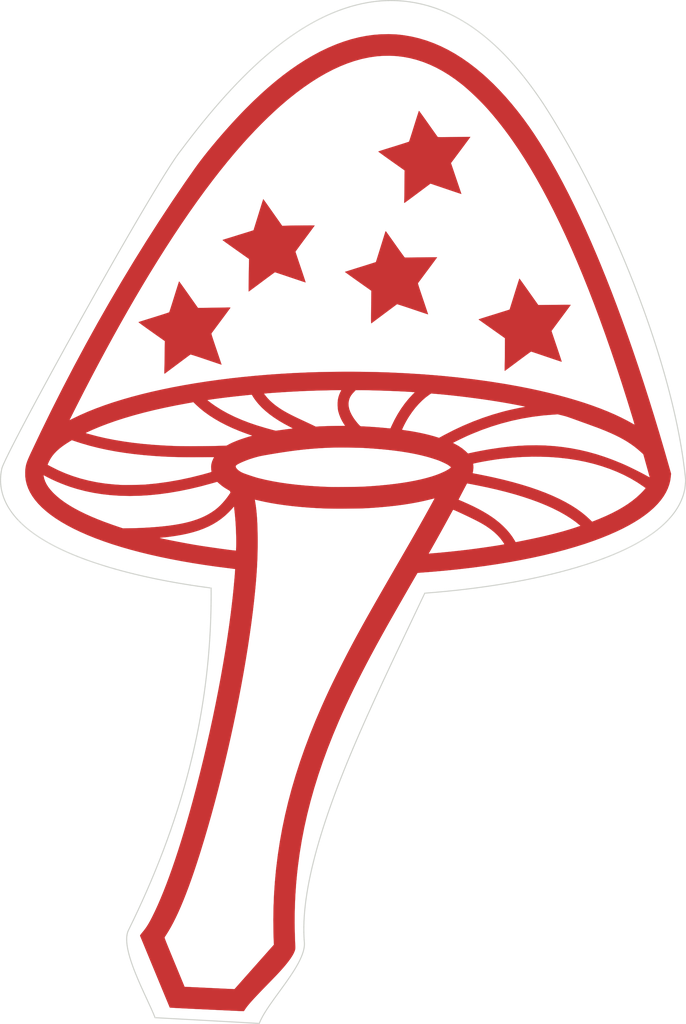
<source format=kicad_pcb>

(kicad_pcb (version 4) (host pcbnew 4.0.7)

	(general
		(links 0)
		(no_connects 0)
		(area 77.052499 41.877835 92.193313 53.630501)
		(thickness 1.6)
		(drawings 8)
		(tracks 0)
		(zones 0)
		(modules 1)
		(nets 1)
	)

	(page A4)
	(layers
		(0 F.Cu signal)
		(31 B.Cu signal)
		(32 B.Adhes user)
		(33 F.Adhes user)
		(34 B.Paste user)
		(35 F.Paste user)
		(36 B.SilkS user)
		(37 F.SilkS user)
		(38 B.Mask user)
		(39 F.Mask user)
		(40 Dwgs.User user)
		(41 Cmts.User user)
		(42 Eco1.User user)
		(43 Eco2.User user)
		(44 Edge.Cuts user)
		(45 Margin user)
		(46 B.CrtYd user)
		(47 F.CrtYd user)
		(48 B.Fab user)
		(49 F.Fab user)
	)

	(setup
		(last_trace_width 0.25)
		(trace_clearance 0.2)
		(zone_clearance 0.508)
		(zone_45_only no)
		(trace_min 0.2)
		(segment_width 0.2)
		(edge_width 0.15)
		(via_size 0.6)
		(via_drill 0.4)
		(via_min_size 0.4)
		(via_min_drill 0.3)
		(uvia_size 0.3)
		(uvia_drill 0.1)
		(uvias_allowed no)
		(uvia_min_size 0.2)
		(uvia_min_drill 0.1)
		(pcb_text_width 0.3)
		(pcb_text_size 1.5 1.5)
		(mod_edge_width 0.15)
		(mod_text_size 1 1)
		(mod_text_width 0.15)
		(pad_size 1.524 1.524)
		(pad_drill 0.762)
		(pad_to_mask_clearance 0.2)
		(aux_axis_origin 0 0)
		(visible_elements FFFFFF7F)
		(pcbplotparams
			(layerselection 0x010f0_80000001)
			(usegerberextensions false)
			(excludeedgelayer true)
			(linewidth 0.100000)
			(plotframeref false)
			(viasonmask false)
			(mode 1)
			(useauxorigin false)
			(hpglpennumber 1)
			(hpglpenspeed 20)
			(hpglpendiameter 15)
			(hpglpenoverlay 2)
			(psnegative false)
			(psa4output false)
			(plotreference true)
			(plotvalue true)
			(plotinvisibletext false)
			(padsonsilk false)
			(subtractmaskfromsilk false)
			(outputformat 1)
			(mirror false)
			(drillshape 1)
			(scaleselection 1)
			(outputdirectory gerbers/))
	)

	(net 0 "")

	(net_class Default "This is the default net class."
		(clearance 0.2)
		(trace_width 0.25)
		(via_dia 0.6)
		(via_drill 0.4)
		(uvia_dia 0.3)
		(uvia_drill 0.1)
	)
(module LOGO (layer F.Cu)
  (at 0 0)
 (fp_text reference "G***" (at 0 0) (layer F.SilkS) hide
  (effects (font (thickness 0.3)))
  )
  (fp_text value "LOGO" (at 0.75 0) (layer F.SilkS) hide
  (effects (font (thickness 0.3)))
  )
)
(module LOGO (layer F.Cu)
  (at 0 0)
 (fp_text reference "G***" (at 0 0) (layer F.SilkS) hide
  (effects (font (thickness 0.3)))
  )
  (fp_text value "LOGO" (at 0.75 0) (layer F.SilkS) hide
  (effects (font (thickness 0.3)))
  )
)
(module LOGO (layer F.Cu)
  (at 0 0)
 (fp_text reference "G***" (at 0 0) (layer F.SilkS) hide
  (effects (font (thickness 0.3)))
  )
  (fp_text value "LOGO" (at 0.75 0) (layer F.SilkS) hide
  (effects (font (thickness 0.3)))
  )
)
(module LOGO (layer F.Cu)
  (at 0 0)
 (fp_text reference "G***" (at 0 0) (layer F.SilkS) hide
  (effects (font (thickness 0.3)))
  )
  (fp_text value "LOGO" (at 0.75 0) (layer F.SilkS) hide
  (effects (font (thickness 0.3)))
  )
  (fp_poly (pts (xy 11.927417 -44.189154) (xy 12.165678 -44.182510) (xy 12.372871 -44.174117) (xy 12.560253 -44.163073) (xy 12.739081 -44.148474) (xy 12.920612 -44.129417) (xy 13.116103 -44.104997) (xy 13.309337 -44.078254)
     (xy 13.994994 -43.958914) (xy 14.676974 -43.797459) (xy 15.355142 -43.593958) (xy 16.029362 -43.348480) (xy 16.699501 -43.061096) (xy 17.365423 -42.731874) (xy 18.026993 -42.360884) (xy 18.684077 -41.948195)
     (xy 19.336540 -41.493877) (xy 19.984247 -40.998000) (xy 20.627063 -40.460632) (xy 21.029084 -40.101168) (xy 21.613425 -39.545079) (xy 22.196253 -38.950227) (xy 22.774588 -38.320160) (xy 23.345450 -37.658423)
     (xy 23.905862 -36.968562) (xy 24.452842 -36.254123) (xy 24.983413 -35.518652) (xy 25.431295 -34.861500) (xy 25.971287 -34.026797) (xy 26.509585 -33.153308) (xy 27.046360 -32.240699) (xy 27.581783 -31.288633)
     (xy 28.116026 -30.296777) (xy 28.649258 -29.264797) (xy 29.181651 -28.192356) (xy 29.713375 -27.079121) (xy 30.244602 -25.924757) (xy 30.775502 -24.728930) (xy 31.306247 -23.491303) (xy 31.623370 -22.731715)
     (xy 32.133926 -21.475842) (xy 32.644054 -20.179463) (xy 33.153132 -18.844407) (xy 33.660540 -17.472501) (xy 34.165656 -16.065572) (xy 34.667861 -14.625448) (xy 35.166534 -13.153957) (xy 35.661053 -11.652926)
     (xy 36.150798 -10.124183) (xy 36.635148 -8.569556) (xy 37.113483 -6.990872) (xy 37.585180 -5.389958) (xy 37.974410 -4.034331) (xy 38.226061 -3.147412) (xy 38.205989 -2.901914) (xy 38.153039 -2.513489)
     (xy 38.058249 -2.130697) (xy 37.921750 -1.753648) (xy 37.743674 -1.382455) (xy 37.524152 -1.017225) (xy 37.263315 -0.658072) (xy 36.961295 -0.305103) (xy 36.618223 0.041569) (xy 36.234230 0.381834)
     (xy 35.809448 0.715583) (xy 35.344007 1.042704) (xy 34.838041 1.363087) (xy 34.291679 1.676622) (xy 33.705053 1.983198) (xy 33.078295 2.282705) (xy 32.411535 2.575032) (xy 31.704906 2.860069)
     (xy 31.070298 3.097522) (xy 30.204982 3.396824) (xy 29.300539 3.683139) (xy 28.358208 3.956237) (xy 27.379227 4.215885) (xy 26.364835 4.461855) (xy 25.316271 4.693916) (xy 24.234772 4.911837)
     (xy 23.121578 5.115387) (xy 21.977927 5.304337) (xy 20.805057 5.478456) (xy 19.604208 5.637514) (xy 18.376618 5.781279) (xy 17.123524 5.909522) (xy 15.846167 6.022011) (xy 15.007167 6.086306)
     (xy 14.870068 6.096409) (xy 14.747955 6.105797) (xy 14.646866 6.113974) (xy 14.572842 6.120442) (xy 14.531920 6.124705) (xy 14.525739 6.125873) (xy 14.511642 6.147679) (xy 14.478011 6.203724)
     (xy 14.426296 6.291479) (xy 14.357949 6.408417) (xy 14.274422 6.552013) (xy 14.177165 6.719737) (xy 14.067632 6.909064) (xy 13.947273 7.117465) (xy 13.817539 7.342415) (xy 13.679882 7.581385)
     (xy 13.535754 7.831848) (xy 13.386607 8.091277) (xy 13.233891 8.357146) (xy 13.079058 8.626926) (xy 12.923560 8.898092) (xy 12.768848 9.168114) (xy 12.616374 9.434467) (xy 12.467589 9.694623)
     (xy 12.323944 9.946055) (xy 12.186892 10.186236) (xy 12.057884 10.412638) (xy 11.938371 10.622735) (xy 11.829804 10.813998) (xy 11.733636 10.983902) (xy 11.651318 11.129919) (xy 11.637318 11.154834)
     (xy 11.127274 12.069571) (xy 10.642111 12.953169) (xy 10.180688 13.807879) (xy 9.741861 14.635951) (xy 9.324490 15.439638) (xy 8.927432 16.221189) (xy 8.549546 16.982857) (xy 8.189690 17.726892)
     (xy 7.846722 18.455545) (xy 7.519500 19.171067) (xy 7.206882 19.875710) (xy 7.164705 19.972497) (xy 6.626856 21.247811) (xy 6.128275 22.509928) (xy 5.668546 23.760384) (xy 5.247248 25.000712)
     (xy 4.863965 26.232447) (xy 4.518277 27.457125) (xy 4.209766 28.676280) (xy 3.938014 29.891447) (xy 3.702602 31.104160) (xy 3.503112 32.315954) (xy 3.339125 33.528364) (xy 3.249866 34.332334)
     (xy 3.170033 35.217010) (xy 3.108113 36.115914) (xy 3.064511 37.018594) (xy 3.039633 37.914594) (xy 3.033883 38.793463) (xy 3.046164 39.590285) (xy 3.052037 39.800500) (xy 3.058366 40.010545)
     (xy 3.064919 40.213832) (xy 3.071466 40.403777) (xy 3.077777 40.573792) (xy 3.083623 40.717292) (xy 3.088772 40.827691) (xy 3.090584 40.861094) (xy 3.097999 41.008111) (xy 3.100192 41.123144)
     (xy 3.095842 41.216363) (xy 3.083631 41.297938) (xy 3.062236 41.378039) (xy 3.030339 41.466836) (xy 3.003162 41.534486) (xy 2.913007 41.724276) (xy 2.788899 41.937699) (xy 2.631447 42.173942)
     (xy 2.441258 42.432191) (xy 2.218941 42.711632) (xy 1.965101 43.011449) (xy 1.680348 43.330830) (xy 1.585600 43.434000) (xy 1.510999 43.513803) (xy 1.411309 43.619083) (xy 1.291085 43.745098)
     (xy 1.154883 43.887105) (xy 1.007261 44.040362) (xy 0.852773 44.200126) (xy 0.695976 44.361655) (xy 0.582141 44.478507) (xy 0.288520 44.779985) (xy 0.023229 45.053672) (xy -0.215510 45.301537)
     (xy -0.429472 45.525552) (xy -0.620432 45.727687) (xy -0.790166 45.909913) (xy -0.940451 46.074201) (xy -1.073062 46.222522) (xy -1.189774 46.356846) (xy -1.292364 46.479145) (xy -1.382608 46.591388)
     (xy -1.462280 46.695547) (xy -1.533157 46.793593) (xy -1.597015 46.887496) (xy -1.619250 46.921632) (xy -1.703916 47.053130) (xy -1.915583 47.049237) (xy -2.025813 47.046657) (xy -2.138526 47.043111)
     (xy -2.235039 47.039214) (xy -2.264833 47.037700) (xy -2.301761 47.035840) (xy -2.378501 47.032136) (xy -2.492580 47.026705) (xy -2.641523 47.019662) (xy -2.822854 47.011122) (xy -3.034100 47.001203)
     (xy -3.272785 46.990019) (xy -3.536435 46.977686) (xy -3.822574 46.964321) (xy -4.128729 46.950040) (xy -4.452424 46.934957) (xy -4.791184 46.919189) (xy -5.142535 46.902852) (xy -5.504003 46.886062)
     (xy -5.510109 46.885778) (xy -5.869374 46.868980) (xy -6.217104 46.852486) (xy -6.550948 46.836422) (xy -6.868553 46.820908) (xy -7.167567 46.806068) (xy -7.445639 46.792024) (xy -7.700418 46.778898)
     (xy -7.929550 46.766815) (xy -8.130685 46.755895) (xy -8.301471 46.746262) (xy -8.439555 46.738038) (xy -8.542587 46.731347) (xy -8.608214 46.726309) (xy -8.634085 46.723050) (xy -8.634362 46.722875)
     (xy -8.643445 46.702409) (xy -8.667687 46.645264) (xy -8.706074 46.553885) (xy -8.757594 46.430716) (xy -8.821234 46.278202) (xy -8.895981 46.098785) (xy -8.980823 45.894912) (xy -9.074746 45.669025)
     (xy -9.176739 45.423570) (xy -9.285787 45.160990) (xy -9.400879 44.883731) (xy -9.521001 44.594235) (xy -9.645141 44.294948) (xy -9.772286 43.988314) (xy -9.901423 43.676777) (xy -10.031539 43.362781)
     (xy -10.161622 43.048771) (xy -10.290659 42.737190) (xy -10.417637 42.430484) (xy -10.541543 42.131096) (xy -10.661364 41.841471) (xy -10.776089 41.564053) (xy -10.884703 41.301287) (xy -10.986194 41.055615)
     (xy -11.079550 40.829484) (xy -11.163757 40.625337) (xy -11.237803 40.445619) (xy -11.300674 40.292773) (xy -11.345073 40.184564) (xy -9.122942 40.184564) (xy -9.119255 40.207339) (xy -9.110838 40.239891)
     (xy -9.096865 40.284316) (xy -9.076511 40.342712) (xy -9.048950 40.417175) (xy -9.013356 40.509804) (xy -8.968904 40.622695) (xy -8.914768 40.757946) (xy -8.850123 40.917653) (xy -8.774144 41.103914)
     (xy -8.686003 41.318827) (xy -8.584877 41.564488) (xy -8.469938 41.842995) (xy -8.340363 42.156445) (xy -8.199282 42.497375) (xy -7.250791 44.788667) (xy -7.123187 44.790181) (xy -7.084233 44.791410)
     (xy -7.006075 44.794567) (xy -6.891791 44.799510) (xy -6.744459 44.806095) (xy -6.567158 44.814180) (xy -6.362966 44.823623) (xy -6.134962 44.834280) (xy -5.886224 44.846008) (xy -5.619830 44.858666)
     (xy -5.338859 44.872109) (xy -5.046389 44.886196) (xy -4.900083 44.893277) (xy -4.603575 44.907625) (xy -4.317384 44.921424) (xy -4.044555 44.934530) (xy -3.788131 44.946799) (xy -3.551157 44.958087)
     (xy -3.336677 44.968249) (xy -3.147736 44.977143) (xy -2.987378 44.984623) (xy -2.858647 44.990546) (xy -2.764588 44.994768) (xy -2.708244 44.997145) (xy -2.695163 44.997596) (xy -2.585744 45.000334)
     (xy -0.740167 42.921125) (xy 1.105409 40.841916) (xy 1.092971 40.736903) (xy 1.089950 40.694684) (xy 1.086163 40.614831) (xy 1.081764 40.502031) (xy 1.076906 40.360973) (xy 1.071745 40.196347)
     (xy 1.066434 40.012840) (xy 1.061127 39.815141) (xy 1.056310 39.621786) (xy 1.044638 38.509065) (xy 1.062035 37.377048) (xy 1.108022 36.236756) (xy 1.182121 35.099209) (xy 1.283852 33.975426)
     (xy 1.313612 33.697334) (xy 1.467489 32.461514) (xy 1.656326 31.226492) (xy 1.880523 29.990891) (xy 2.140475 28.753337) (xy 2.436580 27.512456) (xy 2.769235 26.266872) (xy 3.138839 25.015211)
     (xy 3.545787 23.756098) (xy 3.990479 22.488158) (xy 4.473310 21.210016) (xy 4.994678 19.920298) (xy 5.554981 18.617629) (xy 5.883141 17.888018) (xy 6.009192 17.613021) (xy 6.128459 17.355136)
     (xy 6.244017 17.107967) (xy 6.358941 16.865117) (xy 6.476306 16.620191) (xy 6.599188 16.366792) (xy 6.730663 16.098524) (xy 6.873804 15.808990) (xy 7.031689 15.491794) (xy 7.125788 15.303500)
     (xy 7.304816 14.946849) (xy 7.481147 14.598066) (xy 7.655920 14.255080) (xy 7.830277 13.915823) (xy 8.005355 13.578227) (xy 8.182297 13.240222) (xy 8.362242 12.899739) (xy 8.546329 12.554711)
     (xy 8.735700 12.203067) (xy 8.931493 11.842739) (xy 9.134850 11.471659) (xy 9.346910 11.087757) (xy 9.568812 10.688964) (xy 9.801699 10.273212) (xy 10.046708 9.838432) (xy 10.304981 9.382555)
     (xy 10.577657 8.903512) (xy 10.865876 8.399234) (xy 11.170780 7.867653) (xy 11.493506 7.306699) (xy 11.835196 6.714304) (xy 12.196990 6.088399) (xy 12.339597 5.842000) (xy 12.579722 5.427207)
     (xy 12.800041 5.046541) (xy 13.001987 4.697509) (xy 13.186989 4.377616) (xy 13.217896 4.324140) (xy 15.563603 4.324140) (xy 15.573176 4.333109) (xy 15.603352 4.330363) (xy 15.641990 4.324919)
     (xy 15.713537 4.317304) (xy 15.808677 4.308424) (xy 15.918096 4.299184) (xy 15.949084 4.296730) (xy 16.247246 4.272219) (xy 16.579365 4.242723) (xy 16.937465 4.209070) (xy 17.313571 4.172086)
     (xy 17.699707 4.132598) (xy 18.087897 4.091435) (xy 18.470167 4.049422) (xy 18.838539 4.007387) (xy 19.185039 3.966158) (xy 19.431000 3.935598) (xy 19.681969 3.903237) (xy 19.941627 3.868822)
     (xy 20.206682 3.832852) (xy 20.473842 3.795825) (xy 20.739812 3.758241) (xy 21.001302 3.720599) (xy 21.255018 3.683397) (xy 21.497666 3.647135) (xy 21.725955 3.612312) (xy 21.936591 3.579426)
     (xy 22.126282 3.548977) (xy 22.291735 3.521463) (xy 22.429657 3.497384) (xy 22.536755 3.477239) (xy 22.609737 3.461526) (xy 22.645310 3.450745) (xy 22.648334 3.448036) (xy 22.637383 3.425447)
     (xy 22.607774 3.375638) (xy 22.564373 3.306583) (xy 22.525139 3.246108) (xy 22.294710 2.931457) (xy 22.023371 2.626604) (xy 21.711472 2.331880) (xy 21.359364 2.047614) (xy 20.967396 1.774139)
     (xy 20.955000 1.766088) (xy 20.812446 1.675820) (xy 20.661974 1.584941) (xy 20.500366 1.491791) (xy 20.324405 1.394711) (xy 20.130875 1.292042) (xy 19.916559 1.182126) (xy 19.678239 1.063301)
     (xy 19.412699 0.933911) (xy 19.116723 0.792295) (xy 18.787092 0.636793) (xy 18.555964 0.528746) (xy 18.368207 0.441607) (xy 18.215243 0.371544) (xy 18.093763 0.317195) (xy 18.000453 0.277196)
     (xy 17.932003 0.250183) (xy 17.885100 0.234792) (xy 17.856434 0.229662) (xy 17.842692 0.233427) (xy 17.841712 0.234676) (xy 17.826463 0.261201) (xy 17.794125 0.319291) (xy 17.747803 0.403304)
     (xy 17.690602 0.507598) (xy 17.625627 0.626533) (xy 17.586420 0.698500) (xy 17.377947 1.080420) (xy 17.162576 1.472852) (xy 16.943304 1.870424) (xy 16.723128 2.267764) (xy 16.505047 2.659497)
     (xy 16.292056 3.040253) (xy 16.087155 3.404657) (xy 15.893341 3.747338) (xy 15.713610 4.062923) (xy 15.563603 4.324140) (xy 13.217896 4.324140) (xy 13.356478 4.084368) (xy 13.511886 3.815271)
     (xy 13.654642 3.567830) (xy 13.786177 3.339551) (xy 13.907923 3.127940) (xy 14.021310 2.930504) (xy 14.127768 2.744746) (xy 14.228729 2.568174) (xy 14.325623 2.398293) (xy 14.419881 2.232609)
     (xy 14.512933 2.068628) (xy 14.606211 1.903855) (xy 14.701145 1.735796) (xy 14.799165 1.561958) (xy 14.901704 1.379845) (xy 15.010190 1.186963) (xy 15.028956 1.153584) (xy 15.139235 0.957033)
     (xy 15.251972 0.755398) (xy 15.365307 0.552055) (xy 15.477384 0.350380) (xy 15.586344 0.153749) (xy 15.690329 -0.034460) (xy 15.787482 -0.210872) (xy 15.875943 -0.372109) (xy 15.953855 -0.514795)
     (xy 16.019360 -0.635554) (xy 16.059522 -0.710374) (xy 18.354390 -0.710374) (xy 18.375582 -0.700053) (xy 18.428717 -0.676389) (xy 18.506724 -0.642473) (xy 18.602534 -0.601394) (xy 18.647834 -0.582132)
     (xy 19.213136 -0.334558) (xy 19.738313 -0.088233) (xy 20.225502 0.158005) (xy 20.676840 0.405320) (xy 21.094468 0.654874) (xy 21.480521 0.907831) (xy 21.775650 1.119076) (xy 22.158021 1.422295)
     (xy 22.513388 1.740746) (xy 22.838681 2.071103) (xy 23.130830 2.410041) (xy 23.386766 2.754235) (xy 23.600730 3.095625) (xy 23.642247 3.168237) (xy 23.674856 3.224385) (xy 23.693729 3.255799)
     (xy 23.696477 3.259667) (xy 23.717064 3.255656) (xy 23.774611 3.244230) (xy 23.864571 3.226297) (xy 23.982396 3.202764) (xy 24.123541 3.174541) (xy 24.283457 3.142535) (xy 24.457598 3.107655)
     (xy 24.480724 3.103021) (xy 25.195284 2.956290) (xy 25.869625 2.810466) (xy 26.505841 2.665017) (xy 27.106020 2.519410) (xy 27.672255 2.373111) (xy 28.206637 2.225588) (xy 28.711257 2.076308)
     (xy 29.188206 1.924738) (xy 29.450647 1.836371) (xy 29.765377 1.728109) (xy 29.694064 1.667549) (xy 29.271978 1.331783) (xy 28.808995 1.006611) (xy 28.305213 0.692069) (xy 27.760730 0.388196)
     (xy 27.175644 0.095031) (xy 26.550055 -0.187389) (xy 25.884061 -0.459025) (xy 25.177761 -0.719839) (xy 24.431252 -0.969793) (xy 23.644634 -1.208849) (xy 22.818006 -1.436968) (xy 21.951465 -1.654113)
     (xy 21.045111 -1.860244) (xy 20.099042 -2.055325) (xy 20.076584 -2.059727) (xy 19.857215 -2.102663) (xy 19.675756 -2.138107) (xy 19.528569 -2.166707) (xy 19.412020 -2.189108) (xy 19.322474 -2.205957)
     (xy 19.256294 -2.217900) (xy 19.209846 -2.225583) (xy 19.179495 -2.229652) (xy 19.161604 -2.230753) (xy 19.152539 -2.229533) (xy 19.148663 -2.226638) (xy 19.147587 -2.224857) (xy 19.104488 -2.145643)
     (xy 19.049424 -2.043105) (xy 18.984866 -1.921963) (xy 18.913285 -1.786931) (xy 18.837150 -1.642729) (xy 18.758934 -1.494072) (xy 18.681105 -1.345679) (xy 18.606135 -1.202266) (xy 18.536494 -1.068551)
     (xy 18.474654 -0.949251) (xy 18.423084 -0.849083) (xy 18.384255 -0.772765) (xy 18.360638 -0.725012) (xy 18.354390 -0.710374) (xy 16.059522 -0.710374) (xy 16.070599 -0.731009) (xy 16.105716 -0.797783)
     (xy 16.122851 -0.832500) (xy 16.124205 -0.836761) (xy 16.102933 -0.833331) (xy 16.046652 -0.820820) (xy 15.961360 -0.800655) (xy 15.853055 -0.774265) (xy 15.727737 -0.743080) (xy 15.673917 -0.729514)
     (xy 15.099391 -0.592829) (xy 14.503342 -0.468205) (xy 13.883238 -0.355295) (xy 13.236543 -0.253756) (xy 12.560724 -0.163241) (xy 11.853247 -0.083406) (xy 11.111577 -0.013906) (xy 10.333181 0.045604)
     (xy 9.683750 0.086171) (xy 9.541359 0.092812) (xy 9.361840 0.098873) (xy 9.150394 0.104324) (xy 8.912225 0.109134) (xy 8.652533 0.113274) (xy 8.376521 0.116715) (xy 8.089391 0.119426)
     (xy 7.796343 0.121378) (xy 7.502581 0.122542) (xy 7.213306 0.122887) (xy 6.933721 0.122384) (xy 6.669025 0.121004) (xy 6.424423 0.118715) (xy 6.205115 0.115490) (xy 6.016304 0.111297)
     (xy 5.904694 0.107757) (xy 5.114236 0.071703) (xy 4.340816 0.022957) (xy 3.587531 -0.038113) (xy 2.857480 -0.111144) (xy 2.153764 -0.195769) (xy 1.479480 -0.291621) (xy 0.837727 -0.398336)
     (xy 0.231604 -0.515547) (xy -0.219302 -0.615161) (xy -0.341288 -0.643681) (xy -0.452213 -0.669501) (xy -0.544130 -0.690781) (xy -0.609092 -0.705679) (xy -0.636198 -0.711740) (xy -0.690313 -0.723321)
     (xy -0.653145 -0.504535) (xy -0.599610 -0.158763) (xy -0.553466 0.206090) (xy -0.514522 0.593079) (xy -0.482588 1.005258) (xy -0.457474 1.445682) (xy -0.438991 1.917404) (xy -0.426950 2.423481)
     (xy -0.421159 2.966965) (xy -0.420543 3.238500) (xy -0.423606 3.768374) (xy -0.432820 4.286720) (xy -0.448564 4.800940) (xy -0.471218 5.318438) (xy -0.501162 5.846618) (xy -0.538775 6.392884)
     (xy -0.584437 6.964638) (xy -0.638526 7.569284) (xy -0.647300 7.662334) (xy -0.751529 8.681444) (xy -0.873867 9.735289) (xy -1.013642 10.820662) (xy -1.170180 11.934359) (xy -1.342807 13.073177)
     (xy -1.530849 14.233910) (xy -1.733634 15.413354) (xy -1.950486 16.608304) (xy -2.180733 17.815556) (xy -2.423701 19.031905) (xy -2.678716 20.254148) (xy -2.945106 21.479078) (xy -3.222195 22.703493)
     (xy -3.509311 23.924187) (xy -3.805779 25.137955) (xy -4.110927 26.341594) (xy -4.424080 27.531899) (xy -4.744566 28.705665) (xy -5.071710 29.859688) (xy -5.404838 30.990763) (xy -5.743278 32.095686)
     (xy -5.864324 32.480250) (xy -6.124430 33.286994) (xy -6.380138 34.052409) (xy -6.631754 34.777240) (xy -6.879588 35.462228) (xy -7.123947 36.108117) (xy -7.365140 36.715649) (xy -7.603475 37.285567)
     (xy -7.839260 37.818614) (xy -8.072804 38.315533) (xy -8.304414 38.777066) (xy -8.534399 39.203957) (xy -8.763068 39.596948) (xy -8.924650 39.855580) (xy -8.986485 39.951669) (xy -9.042073 40.038320)
     (xy -9.086409 40.107709) (xy -9.114485 40.152011) (xy -9.119428 40.159953) (xy -9.122724 40.169467) (xy -9.122942 40.184564) (xy -11.345073 40.184564) (xy -11.351359 40.169244) (xy -11.388845 40.077477)
     (xy -11.412118 40.019915) (xy -11.419147 40.001993) (xy -11.409842 39.976387) (xy -11.376726 39.924869) (xy -11.323992 39.853271) (xy -11.255836 39.767427) (xy -11.215824 39.719250) (xy -11.069826 39.541034)
     (xy -10.937218 39.367593) (xy -10.813455 39.191809) (xy -10.693991 39.006563) (xy -10.574282 38.804734) (xy -10.449784 38.579205) (xy -10.315952 38.322855) (xy -10.282749 38.257555) (xy -10.022656 37.726140)
     (xy -9.759505 37.153511) (xy -9.493640 36.540646) (xy -9.225404 35.888528) (xy -8.955142 35.198137) (xy -8.683196 34.470454) (xy -8.409911 33.706460) (xy -8.135630 32.907137) (xy -7.860696 32.073464)
     (xy -7.585453 31.206422) (xy -7.310245 30.306994) (xy -7.035416 29.376159) (xy -6.761308 28.414899) (xy -6.489526 27.428842) (xy -6.150766 26.154566) (xy -5.822461 24.870496) (xy -5.505252 23.579901)
     (xy -5.199778 22.286050) (xy -4.906679 20.992212) (xy -4.626595 19.701656) (xy -4.360165 18.417652) (xy -4.108028 17.143469) (xy -3.870825 15.882375) (xy -3.649195 14.637640) (xy -3.443777 13.412533)
     (xy -3.255212 12.210324) (xy -3.084139 11.034280) (xy -2.931198 9.887671) (xy -2.797027 8.773767) (xy -2.742100 8.276167) (xy -2.720480 8.070291) (xy -2.698427 7.852870) (xy -2.676280 7.627840)
     (xy -2.654378 7.399135) (xy -2.633063 7.170692) (xy -2.612673 6.946447) (xy -2.593549 6.730333) (xy -2.576030 6.526288) (xy -2.560457 6.338247) (xy -2.547169 6.170144) (xy -2.536506 6.025916)
     (xy -2.528808 5.909498) (xy -2.524414 5.824825) (xy -2.523666 5.775833) (xy -2.525246 5.765032) (xy -2.547485 5.760556) (xy -2.606457 5.751805) (xy -2.696855 5.739480) (xy -2.813373 5.724283)
     (xy -2.950703 5.706917) (xy -3.103539 5.688082) (xy -3.145155 5.683032) (xy -4.282747 5.537508) (xy -5.393445 5.379482) (xy -6.476395 5.209192) (xy -7.530741 5.026874) (xy -8.555626 4.832767)
     (xy -9.550195 4.627108) (xy -10.513592 4.410135) (xy -11.444962 4.182084) (xy -12.343448 3.943194) (xy -13.208195 3.693701) (xy -14.038346 3.433844) (xy -14.833047 3.163860) (xy -15.591441 2.883986)
     (xy -15.664887 2.854502) (xy -9.586745 2.854502) (xy -9.585294 2.858585) (xy -9.547702 2.871735) (xy -9.472031 2.891642) (xy -9.361872 2.917602) (xy -9.220815 2.948912) (xy -9.052453 2.984867)
     (xy -8.860375 3.024763) (xy -8.648174 3.067896) (xy -8.419440 3.113564) (xy -8.177765 3.161060) (xy -7.926739 3.209683) (xy -7.669955 3.258727) (xy -7.411002 3.307488) (xy -7.153472 3.355264)
     (xy -6.900957 3.401349) (xy -6.657048 3.445041) (xy -6.425334 3.485634) (xy -6.209409 3.522426) (xy -6.138333 3.534257) (xy -5.945000 3.565632) (xy -5.729719 3.599529) (xy -5.496396 3.635402)
     (xy -5.248936 3.672707) (xy -4.991244 3.710900) (xy -4.727226 3.749435) (xy -4.460787 3.787768) (xy -4.195833 3.825354) (xy -3.936268 3.861649) (xy -3.685999 3.896107) (xy -3.448931 3.928185)
     (xy -3.228969 3.957337) (xy -3.030019 3.983018) (xy -2.855985 4.004684) (xy -2.710773 4.021790) (xy -2.598289 4.033792) (xy -2.522438 4.040144) (xy -2.505861 4.040915) (xy -2.439972 4.042834)
     (xy -2.425519 3.624792) (xy -2.420930 3.410171) (xy -2.420456 3.161044) (xy -2.423825 2.885008) (xy -2.430770 2.589664) (xy -2.441021 2.282608) (xy -2.454307 1.971442) (xy -2.470359 1.663762)
     (xy -2.488909 1.367169) (xy -2.509685 1.089260) (xy -2.519569 0.973667) (xy -2.529961 0.861434) (xy -2.542407 0.733597) (xy -2.556215 0.596592) (xy -2.570693 0.456852) (xy -2.585148 0.320810)
     (xy -2.598889 0.194900) (xy -2.611223 0.085557) (xy -2.621458 -0.000786) (xy -2.628901 -0.057694) (xy -2.632805 -0.078694) (xy -2.647702 -0.066113) (xy -2.682547 -0.027562) (xy -2.730963 0.029775)
     (xy -2.753338 0.057146) (xy -2.808949 0.122180) (xy -2.886385 0.207817) (xy -2.977250 0.305015) (xy -3.073152 0.404729) (xy -3.122083 0.454430) (xy -3.455224 0.767921) (xy -3.807879 1.056671)
     (xy -4.181968 1.321511) (xy -4.579409 1.563271) (xy -5.002121 1.782783) (xy -5.452022 1.980877) (xy -5.931031 2.158384) (xy -6.441068 2.316134) (xy -6.984050 2.454959) (xy -7.561896 2.575689)
     (xy -8.176525 2.679155) (xy -8.303082 2.697713) (xy -8.562465 2.733423) (xy -8.816743 2.765687) (xy -9.056394 2.793396) (xy -9.271897 2.815439) (xy -9.426544 2.828708) (xy -9.505479 2.836493)
     (xy -9.561434 2.845572) (xy -9.586745 2.854502) (xy -15.664887 2.854502) (xy -16.312673 2.594460) (xy -16.995886 2.295520) (xy -17.640225 1.987402) (xy -18.244835 1.670344) (xy -18.808858 1.344584)
     (xy -18.833648 1.329495) (xy -19.334961 1.008119) (xy -19.795803 0.680494) (xy -20.216033 0.346815) (xy -20.595513 0.007275) (xy -20.934100 -0.337931) (xy -21.231657 -0.688609) (xy -21.488041 -1.044564)
     (xy -21.703115 -1.405601) (xy -21.876737 -1.771527) (xy -22.008767 -2.142146) (xy -22.099066 -2.517265) (xy -22.147493 -2.896689) (xy -22.149041 -2.989259) (xy -20.440254 -2.989259) (xy -20.438688 -2.946801)
     (xy -20.436029 -2.928514) (xy -20.376357 -2.665589) (xy -20.286128 -2.410235) (xy -20.163398 -2.159142) (xy -20.006226 -1.909000) (xy -19.812670 -1.656501) (xy -19.580788 -1.398334) (xy -19.475285 -1.291166)
     (xy -19.167319 -1.006003) (xy -18.822961 -0.725525) (xy -18.441654 -0.449442) (xy -18.022843 -0.177467) (xy -17.565971 0.090689) (xy -17.070481 0.355316) (xy -16.535819 0.616702) (xy -15.961428 0.875135)
     (xy -15.346751 1.130905) (xy -14.691232 1.384300) (xy -13.994316 1.635608) (xy -13.536083 1.792211) (xy -13.006916 1.969469) (xy -12.350750 1.958177) (xy -12.159647 1.954394) (xy -11.956765 1.949509)
     (xy -11.753007 1.943844) (xy -11.559276 1.937723) (xy -11.386476 1.931468) (xy -11.250083 1.925621) (xy -10.576384 1.888458) (xy -9.942439 1.843079) (xy -9.346388 1.789018) (xy -8.786368 1.725811)
     (xy -8.260518 1.652996) (xy -7.766974 1.570106) (xy -7.303875 1.476679) (xy -6.869360 1.372250) (xy -6.461565 1.256355) (xy -6.078629 1.128530) (xy -5.718691 0.988311) (xy -5.379886 0.835234)
     (xy -5.060355 0.668834) (xy -4.758235 0.488648) (xy -4.471663 0.294212) (xy -4.353461 0.206645) (xy -4.138440 0.029504) (xy -3.915647 -0.179417) (xy -3.692280 -0.412301) (xy -3.475535 -0.661328)
     (xy -3.272609 -0.918680) (xy -3.118735 -1.134628) (xy -2.959788 -1.369672) (xy -2.984822 -1.453227) (xy -2.999097 -1.492055) (xy -3.020255 -1.523954) (xy -3.055716 -1.555292) (xy -3.112900 -1.592436)
     (xy -3.199226 -1.641757) (xy -3.214136 -1.650038) (xy -3.506791 -1.825825) (xy -3.772798 -2.015468) (xy -3.991119 -2.197106) (xy -4.203983 -2.385998) (xy -4.710783 -2.241028) (xy -5.731817 -1.964866)
     (xy -6.735364 -1.725473) (xy -7.721183 -1.522854) (xy -8.689031 -1.357017) (xy -9.638666 -1.227966) (xy -10.569845 -1.135707) (xy -11.482326 -1.080247) (xy -12.375867 -1.061591) (xy -13.250226 -1.079745)
     (xy -14.105160 -1.134716) (xy -14.940427 -1.226508) (xy -15.755785 -1.355129) (xy -16.550991 -1.520583) (xy -17.325804 -1.722878) (xy -17.949333 -1.917453) (xy -18.389896 -2.073338) (xy -18.832371 -2.244987)
     (xy -19.266048 -2.427860) (xy -19.680217 -2.617419) (xy -20.064169 -2.809125) (xy -20.108333 -2.832392) (xy -20.212323 -2.887420) (xy -20.303381 -2.935426) (xy -20.374859 -2.972918) (xy -20.420111 -2.996408)
     (xy -20.432501 -3.002597) (xy -20.440254 -2.989259) (xy -22.149041 -2.989259) (xy -22.153908 -3.280224) (xy -22.153885 -3.280833) (xy -22.144854 -3.456623) (xy -22.130754 -3.617283) (xy -22.109877 -3.768697)
     (xy -22.080511 -3.916747) (xy -22.066817 -3.968864) (xy -20.061455 -3.968864) (xy -20.041751 -3.957758) (xy -19.990872 -3.930019) (xy -19.914974 -3.888975) (xy -19.820211 -3.837957) (xy -19.732174 -3.790709)
     (xy -19.073935 -3.461524) (xy -18.391530 -3.166296) (xy -17.686702 -2.905506) (xy -16.961191 -2.679631) (xy -16.216741 -2.489150) (xy -15.455093 -2.334543) (xy -14.677990 -2.216286) (xy -13.887172 -2.134860)
     (xy -13.641916 -2.117326) (xy -13.512787 -2.109037) (xy -13.389189 -2.101096) (xy -13.281265 -2.094155) (xy -13.199157 -2.088867) (xy -13.165666 -2.086704) (xy -13.081297 -2.083284) (xy -12.960607 -2.081263)
     (xy -12.809581 -2.080540) (xy -12.634204 -2.081010) (xy -12.440463 -2.082571) (xy -12.234343 -2.085120) (xy -12.021829 -2.088554) (xy -11.808907 -2.092768) (xy -11.601562 -2.097662) (xy -11.405779 -2.103130)
     (xy -11.227545 -2.109070) (xy -11.072845 -2.115380) (xy -10.947664 -2.121955) (xy -10.890250 -2.125904) (xy -9.848679 -2.227671) (xy -8.799659 -2.370988) (xy -7.743115 -2.555868) (xy -6.678971 -2.782326)
     (xy -5.607152 -3.050375) (xy -5.132916 -3.181549) (xy -4.993555 -3.221700) (xy -4.890106 -3.252939) (xy -4.817563 -3.277208) (xy -4.770921 -3.296451) (xy -4.745174 -3.312610) (xy -4.735316 -3.327628)
     (xy -4.734848 -3.336054) (xy -4.739237 -3.374870) (xy -4.747317 -3.443023) (xy -4.757580 -3.527836) (xy -4.761027 -3.556000) (xy -4.772013 -3.801039) (xy -4.771028 -3.809537) (xy -2.476500 -3.809537)
     (xy -2.457475 -3.729949) (xy -2.403585 -3.640103) (xy -2.319605 -3.544598) (xy -2.210312 -3.448030) (xy -2.080482 -3.354996) (xy -1.934891 -3.270093) (xy -1.895125 -3.249957) (xy -1.811300 -3.212702)
     (xy -1.693660 -3.165920) (xy -1.549036 -3.111926) (xy -1.384257 -3.053034) (xy -1.206150 -2.991562) (xy -1.021547 -2.929823) (xy -0.837275 -2.870133) (xy -0.660164 -2.814808) (xy -0.497044 -2.766162)
     (xy -0.354743 -2.726511) (xy -0.338666 -2.722278) (xy 0.293973 -2.569546) (xy 0.965863 -2.431632) (xy 1.676580 -2.308585) (xy 2.425699 -2.200460) (xy 3.212798 -2.107308) (xy 4.037450 -2.029182)
     (xy 4.899232 -1.966134) (xy 5.797721 -1.918216) (xy 6.360584 -1.896539) (xy 6.457733 -1.894384) (xy 6.591809 -1.892989) (xy 6.757568 -1.892302) (xy 6.949768 -1.892274) (xy 7.163165 -1.892856)
     (xy 7.392516 -1.893996) (xy 7.632579 -1.895646) (xy 7.878109 -1.897755) (xy 8.123864 -1.900274) (xy 8.364601 -1.903152) (xy 8.595077 -1.906340) (xy 8.810048 -1.909788) (xy 9.004272 -1.913446)
     (xy 9.172506 -1.917263) (xy 9.309506 -1.921191) (xy 9.410029 -1.925179) (xy 9.419167 -1.925648) (xy 10.204835 -1.973456) (xy 10.960791 -2.032055) (xy 11.686079 -2.101265) (xy 12.379745 -2.180904)
     (xy 13.040835 -2.270792) (xy 13.668392 -2.370747) (xy 14.261464 -2.480589) (xy 14.819095 -2.600138) (xy 15.340331 -2.729212) (xy 15.824217 -2.867630) (xy 16.269798 -3.015213) (xy 16.676120 -3.171778)
     (xy 16.761652 -3.210412) (xy 19.672893 -3.210412) (xy 19.679548 -3.192656) (xy 19.717438 -3.176354) (xy 19.791450 -3.159621) (xy 19.816390 -3.155111) (xy 19.945773 -3.131602) (xy 20.109138 -3.100520)
     (xy 20.299118 -3.063365) (xy 20.508346 -3.021638) (xy 20.729455 -2.976838) (xy 20.955078 -2.930467) (xy 21.177847 -2.884024) (xy 21.390395 -2.839009) (xy 21.585355 -2.796924) (xy 21.706417 -2.770232)
     (xy 22.608478 -2.559189) (xy 23.470685 -2.337014) (xy 24.292952 -2.103748) (xy 25.075190 -1.859426) (xy 25.817312 -1.604088) (xy 26.519231 -1.337773) (xy 27.180859 -1.060517) (xy 27.802108 -0.772360)
     (xy 28.382891 -0.473340) (xy 28.923121 -0.163494) (xy 29.422710 0.157139) (xy 29.881570 0.488521) (xy 30.299613 0.830613) (xy 30.605347 1.112700) (xy 30.847111 1.348639) (xy 31.052128 1.268741)
     (xy 31.152577 1.229138) (xy 31.276722 1.179512) (xy 31.409156 1.126055) (xy 31.534469 1.074958) (xy 31.540615 1.072435) (xy 32.153854 0.808929) (xy 32.726453 0.538579) (xy 33.259669 0.260600)
     (xy 33.754760 -0.025795) (xy 34.212981 -0.321392) (xy 34.635592 -0.626977) (xy 35.023849 -0.943336) (xy 35.379010 -1.271256) (xy 35.524465 -1.418722) (xy 35.610299 -1.509192) (xy 35.688535 -1.593284)
     (xy 35.753227 -1.664479) (xy 35.798426 -1.716262) (xy 35.815011 -1.737086) (xy 35.856881 -1.795887) (xy 35.681982 -1.921306) (xy 35.097607 -2.314977) (xy 34.483145 -2.679866) (xy 33.839761 -3.015750)
     (xy 33.168619 -3.322405) (xy 32.470884 -3.599606) (xy 31.747720 -3.847128) (xy 31.000291 -4.064749) (xy 30.229761 -4.252243) (xy 29.437296 -4.409386) (xy 28.624059 -4.535954) (xy 27.791215 -4.631723)
     (xy 26.939928 -4.696468) (xy 26.071362 -4.729965) (xy 25.186682 -4.731990) (xy 24.287053 -4.702319) (xy 23.373639 -4.640727) (xy 22.447603 -4.546990) (xy 22.203834 -4.517189) (xy 21.931496 -4.480610)
     (xy 21.636835 -4.437269) (xy 21.328907 -4.388728) (xy 21.016768 -4.336548) (xy 20.709475 -4.282289) (xy 20.416084 -4.227514) (xy 20.145653 -4.173783) (xy 19.907237 -4.122657) (xy 19.882375 -4.117037)
     (xy 19.731437 -4.082707) (xy 19.742861 -3.834751) (xy 19.743953 -3.675934) (xy 19.733897 -3.517075) (xy 19.714078 -3.370527) (xy 19.685880 -3.248641) (xy 19.672893 -3.210412) (xy 16.761652 -3.210412)
     (xy 17.042228 -3.337145) (xy 17.145000 -3.388923) (xy 17.262861 -3.452800) (xy 17.375192 -3.519013) (xy 17.476046 -3.583506) (xy 17.559473 -3.642227) (xy 17.619524 -3.691122) (xy 17.650250 -3.726136)
     (xy 17.653000 -3.735087) (xy 17.635519 -3.761486) (xy 17.585509 -3.806875) (xy 17.506617 -3.868260) (xy 17.402491 -3.942650) (xy 17.387142 -3.953222) (xy 17.307183 -4.002109) (xy 17.195593 -4.061978)
     (xy 17.060441 -4.129123) (xy 16.909799 -4.199837) (xy 16.751738 -4.270413) (xy 16.594329 -4.337146) (xy 16.445643 -4.396330) (xy 16.330084 -4.438647) (xy 15.854171 -4.593949) (xy 15.355499 -4.737385)
     (xy 14.832215 -4.869253) (xy 14.282470 -4.989854) (xy 13.704411 -5.099487) (xy 13.096188 -5.198452) (xy 12.455949 -5.287048) (xy 11.781843 -5.365575) (xy 11.072019 -5.434332) (xy 10.324626 -5.493620)
     (xy 9.537812 -5.543737) (xy 9.482667 -5.546829) (xy 9.312980 -5.554729) (xy 9.107349 -5.561767) (xy 8.872155 -5.567901) (xy 8.613781 -5.573085) (xy 8.338607 -5.577275) (xy 8.053016 -5.580429)
     (xy 7.763388 -5.582502) (xy 7.476105 -5.583449) (xy 7.197549 -5.583228) (xy 6.934101 -5.581794) (xy 6.692143 -5.579103) (xy 6.478056 -5.575111) (xy 6.298221 -5.569774) (xy 6.275917 -5.568908)
     (xy 5.747899 -5.544450) (xy 5.230738 -5.513689) (xy 4.718970 -5.476006) (xy 4.207133 -5.430779) (xy 3.689761 -5.377389) (xy 3.161391 -5.315217) (xy 2.616559 -5.243643) (xy 2.049802 -5.162045)
     (xy 1.455655 -5.069806) (xy 0.828655 -4.966304) (xy 0.560917 -4.920485) (xy 0.340970 -4.882206) (xy 0.155845 -4.849143) (xy -0.001426 -4.819742) (xy -0.137812 -4.792450) (xy -0.260278 -4.765713)
     (xy -0.375792 -4.737976) (xy -0.491322 -4.707685) (xy -0.613835 -4.673287) (xy -0.750299 -4.633227) (xy -0.818585 -4.612798) (xy -1.216908 -4.484167) (xy -1.591908 -4.344956) (xy -1.935996 -4.198078)
     (xy -2.090318 -4.124538) (xy -2.226883 -4.054710) (xy -2.328571 -3.996761) (xy -2.399879 -3.947022) (xy -2.445304 -3.901824) (xy -2.469345 -3.857500) (xy -2.476498 -3.810379) (xy -2.476500 -3.809537)
     (xy -4.771028 -3.809537) (xy -4.743809 -4.044185) (xy -4.675691 -4.289161) (xy -4.571598 -4.530466) (xy -4.490335 -4.692090) (xy -5.880542 -4.682323) (xy -6.445803 -4.679980) (xy -6.975255 -4.681291)
     (xy -7.475279 -4.686429) (xy -7.952258 -4.695568) (xy -8.412573 -4.708881) (xy -8.862605 -4.726541) (xy -9.308736 -4.748722) (xy -9.757347 -4.775597) (xy -10.054166 -4.795727) (xy -11.016478 -4.874346)
     (xy -11.942603 -4.971590) (xy -12.834548 -5.087824) (xy -13.694320 -5.223410) (xy -14.523925 -5.378714) (xy -15.325369 -5.554099) (xy -16.100659 -5.749928) (xy -16.851799 -5.966567) (xy -17.305268 -6.111165)
     (xy -17.793619 -6.272734) (xy -17.982601 -6.159306) (xy -18.348791 -5.929454) (xy -18.675358 -5.702636) (xy -18.964666 -5.476492) (xy -19.219080 -5.248666) (xy -19.440965 -5.016800) (xy -19.632686 -4.778537)
     (xy -19.796609 -4.531519) (xy -19.935098 -4.273388) (xy -19.985537 -4.162731) (xy -20.019831 -4.081862) (xy -20.045770 -4.017211) (xy -20.059994 -3.977357) (xy -20.061455 -3.968864) (xy -22.066817 -3.968864)
     (xy -22.040946 -4.067314) (xy -21.989472 -4.226282) (xy -21.924380 -4.399533) (xy -21.843957 -4.592948) (xy -21.746495 -4.812411) (xy -21.644057 -5.034364) (xy -20.742220 -6.932860) (xy -16.506850 -6.932860)
     (xy -16.485026 -6.925018) (xy -16.429336 -6.907778) (xy -16.346671 -6.883195) (xy -16.243919 -6.853326) (xy -16.160750 -6.829528) (xy -15.412221 -6.630655) (xy -14.633257 -6.451156) (xy -13.822932 -6.290905)
     (xy -12.980318 -6.149777) (xy -12.104487 -6.027646) (xy -11.194513 -5.924387) (xy -10.249469 -5.839876) (xy -9.268426 -5.773986) (xy -8.250458 -5.726594) (xy -7.905750 -5.714976) (xy -7.732187 -5.710784)
     (xy -7.521825 -5.707572) (xy -7.280186 -5.705309) (xy -7.012791 -5.703961) (xy -6.725163 -5.703496) (xy -6.422823 -5.703883) (xy -6.111294 -5.705087) (xy -5.796097 -5.707078) (xy -5.482754 -5.709821)
     (xy -5.176788 -5.713286) (xy -4.883719 -5.717439) (xy -4.609071 -5.722247) (xy -4.358365 -5.727679) (xy -4.137122 -5.733702) (xy -4.012812 -5.737878) (xy -3.316041 -5.763519) (xy -3.167209 -5.847856)
     (xy -2.974620 -5.949118) (xy -2.828151 -6.017443) (xy 17.844930 -6.017443) (xy 17.863290 -6.001282) (xy 17.911237 -5.972065) (xy 17.980113 -5.934885) (xy 18.017301 -5.916083) (xy 18.382039 -5.715752)
     (xy 18.711693 -5.493556) (xy 19.005389 -5.250098) (xy 19.064397 -5.194413) (xy 19.241722 -5.023076) (xy 19.468653 -5.073249) (xy 19.731296 -5.129632) (xy 20.023432 -5.189408) (xy 20.332616 -5.250187)
     (xy 20.646404 -5.309584) (xy 20.952352 -5.365210) (xy 21.238016 -5.414678) (xy 21.314834 -5.427456) (xy 22.231511 -5.564494) (xy 23.123253 -5.669461) (xy 23.992722 -5.742386) (xy 24.842578 -5.783300)
     (xy 25.675484 -5.792233) (xy 26.494102 -5.769214) (xy 27.301092 -5.714274) (xy 28.099118 -5.627443) (xy 28.867712 -5.512680) (xy 29.652598 -5.363565) (xy 30.430393 -5.182797) (xy 31.205508 -4.969024)
     (xy 31.982354 -4.720898) (xy 32.765342 -4.437069) (xy 33.558883 -4.116187) (xy 33.866667 -3.983133) (xy 34.031872 -3.908668) (xy 34.224568 -3.818796) (xy 34.437463 -3.717147) (xy 34.663263 -3.607352)
     (xy 34.894675 -3.493043) (xy 35.124407 -3.377850) (xy 35.345166 -3.265405) (xy 35.549658 -3.159339) (xy 35.730591 -3.063282) (xy 35.880672 -2.980866) (xy 35.888084 -2.976690) (xy 35.993072 -2.917879)
     (xy 36.085454 -2.866972) (xy 36.158865 -2.827407) (xy 36.206945 -2.802621) (xy 36.222885 -2.795747) (xy 36.232368 -2.810625) (xy 36.229205 -2.831041) (xy 36.221141 -2.859462) (xy 36.203095 -2.923792)
     (xy 36.176429 -3.019155) (xy 36.142505 -3.140676) (xy 36.102684 -3.283478) (xy 36.058328 -3.442685) (xy 36.014995 -3.598333) (xy 35.963318 -3.783996) (xy 35.911125 -3.971465) (xy 35.860531 -4.153151)
     (xy 35.813650 -4.321464) (xy 35.772594 -4.468816) (xy 35.739477 -4.587617) (xy 35.724034 -4.642982) (xy 35.636303 -4.957381) (xy 35.370610 -5.197809) (xy 35.082722 -5.447207) (xy 34.783131 -5.684216)
     (xy 34.468579 -5.910661) (xy 34.135806 -6.128364) (xy 33.781554 -6.339150) (xy 33.402565 -6.544842) (xy 32.995580 -6.747265) (xy 32.557341 -6.948241) (xy 32.084590 -7.149594) (xy 31.574066 -7.353148)
     (xy 31.400750 -7.419595) (xy 31.328029 -7.446809) (xy 31.220121 -7.486618) (xy 31.081692 -7.537337) (xy 30.917407 -7.597279) (xy 30.731931 -7.664759) (xy 30.529929 -7.738090) (xy 30.316068 -7.815589)
     (xy 30.095011 -7.895568) (xy 29.871425 -7.976342) (xy 29.649975 -8.056226) (xy 29.435325 -8.133534) (xy 29.232142 -8.206579) (xy 29.045091 -8.273677) (xy 28.878836 -8.333142) (xy 28.738044 -8.383288)
     (xy 28.627379 -8.422429) (xy 28.564417 -8.444429) (xy 28.486148 -8.469340) (xy 28.377688 -8.500866) (xy 28.250060 -8.535951) (xy 28.114288 -8.571544) (xy 28.020840 -8.594993) (xy 27.646597 -8.686967)
     (xy 27.216507 -8.660632) (xy 26.235912 -8.579459) (xy 25.261639 -8.456493) (xy 24.294326 -8.291891) (xy 23.334613 -8.085809) (xy 22.383139 -7.838405) (xy 21.440543 -7.549835) (xy 20.507465 -7.220257)
     (xy 19.584543 -6.849827) (xy 19.251084 -6.704808) (xy 19.118449 -6.645100) (xy 18.973046 -6.578214) (xy 18.819548 -6.506435) (xy 18.662629 -6.432046) (xy 18.506964 -6.357333) (xy 18.357226 -6.284580)
     (xy 18.218089 -6.216073) (xy 18.094227 -6.154096) (xy 17.990314 -6.100933) (xy 17.911024 -6.058870) (xy 17.861032 -6.030191) (xy 17.844930 -6.017443) (xy -2.828151 -6.017443) (xy -2.747036 -6.055281)
     (xy -2.491134 -6.163786) (xy -2.213588 -6.272069) (xy -1.921075 -6.377572) (xy -1.620269 -6.477732) (xy -1.317848 -6.569989) (xy -1.190654 -6.606125) (xy -1.093071 -6.634135) (xy -1.012264 -6.659092)
     (xy -0.955925 -6.678489) (xy -0.931744 -6.689823) (xy -0.931362 -6.690608) (xy -0.949619 -6.703593) (xy -0.995729 -6.721786) (xy -1.021291 -6.729915) (xy -1.083611 -6.749987) (xy -1.178000 -6.782319)
     (xy -1.296939 -6.824182) (xy -1.432907 -6.872847) (xy -1.578383 -6.925586) (xy -1.725845 -6.979670) (xy -1.867774 -7.032371) (xy -1.996648 -7.080960) (xy -2.104946 -7.122709) (xy -2.116666 -7.127313)
     (xy -2.740357 -7.386815) (xy -3.335121 -7.662481) (xy -3.899150 -7.953220) (xy -4.430637 -8.257943) (xy -4.927774 -8.575561) (xy -5.388754 -8.904984) (xy -5.811770 -9.245125) (xy -6.168277 -9.568917)
     (xy -6.427406 -9.819395) (xy -6.965495 -9.724092) (xy -8.047070 -9.523189) (xy -9.088082 -9.310781) (xy -10.088719 -9.086815) (xy -11.049173 -8.851242) (xy -11.969633 -8.604011) (xy -12.850288 -8.345072)
     (xy -13.691330 -8.074373) (xy -14.492947 -7.791866) (xy -15.081250 -7.567125) (xy -15.242999 -7.502216) (xy -15.411325 -7.433039) (xy -15.581880 -7.361529) (xy -15.750313 -7.289620) (xy -15.912276 -7.219249)
     (xy -16.063419 -7.152350) (xy -16.199393 -7.090858) (xy -16.315847 -7.036709) (xy -16.408434 -6.991837) (xy -16.472803 -6.958178) (xy -16.504604 -6.937666) (xy -16.506850 -6.932860) (xy -20.742220 -6.932860)
     (xy -20.666986 -7.091237) (xy -20.151575 -8.141879) (xy -18.012833 -8.141879) (xy -17.994936 -8.146452) (xy -17.945099 -8.167571) (xy -17.869105 -8.202569) (xy -17.772734 -8.248778) (xy -17.661770 -8.303530)
     (xy -17.653109 -8.307862) (xy -16.988438 -8.625491) (xy -16.283847 -8.933081) (xy -15.540602 -9.230385) (xy -14.759968 -9.517153) (xy -13.943211 -9.793138) (xy -13.240849 -10.011657) (xy -5.128854 -10.011657)
     (xy -5.128637 -10.011408) (xy -5.059379 -9.953157) (xy -4.962132 -9.876776) (xy -4.844149 -9.787596) (xy -4.712682 -9.690947) (xy -4.574981 -9.592158) (xy -4.438298 -9.496558) (xy -4.309885 -9.409478)
     (xy -4.307416 -9.407837) (xy -3.770513 -9.072521) (xy -3.194940 -8.754380) (xy -2.580726 -8.453425) (xy -1.927899 -8.169671) (xy -1.236490 -7.903128) (xy -0.506525 -7.653811) (xy 0.261965 -7.421730)
     (xy 0.296334 -7.412008) (xy 0.521799 -7.348578) (xy 0.710123 -7.296033) (xy 0.864820 -7.253459) (xy 0.989406 -7.219944) (xy 1.087395 -7.194574) (xy 1.162302 -7.176436) (xy 1.217641 -7.164617)
     (xy 1.256929 -7.158204) (xy 1.280584 -7.156316) (xy 1.320653 -7.158876) (xy 1.395046 -7.166799) (xy 1.496223 -7.179158) (xy 1.616643 -7.195026) (xy 1.748768 -7.213476) (xy 1.767417 -7.216161)
     (xy 1.926451 -7.238597) (xy 2.064692 -7.257361) (xy 13.084125 -7.257361) (xy 13.084769 -7.238459) (xy 13.117327 -7.229327) (xy 13.180653 -7.217217) (xy 13.263482 -7.204181) (xy 13.303250 -7.198673)
     (xy 13.784719 -7.128680) (xy 14.268260 -7.046600) (xy 14.746148 -6.954092) (xy 15.210656 -6.852817) (xy 15.654057 -6.744433) (xy 16.068625 -6.630599) (xy 16.351250 -6.544165) (xy 16.440502 -6.516036)
     (xy 16.499707 -6.500166) (xy 16.539039 -6.495599) (xy 16.568669 -6.501383) (xy 16.598772 -6.516565) (xy 16.605250 -6.520354) (xy 16.644239 -6.542450) (xy 16.713070 -6.580604) (xy 16.804346 -6.630749)
     (xy 16.910665 -6.688818) (xy 17.007417 -6.741412) (xy 17.882652 -7.193591) (xy 18.779441 -7.612822) (xy 19.693366 -7.997387) (xy 20.620008 -8.345571) (xy 21.554949 -8.655656) (xy 22.493770 -8.925926)
     (xy 22.894159 -9.028634) (xy 23.020465 -9.058975) (xy 23.167580 -9.092872) (xy 23.329988 -9.129183) (xy 23.502178 -9.166770) (xy 23.678636 -9.204490) (xy 23.853849 -9.241205) (xy 24.022303 -9.275773)
     (xy 24.178487 -9.307055) (xy 24.316886 -9.333910) (xy 24.431988 -9.355197) (xy 24.518279 -9.369777) (xy 24.570247 -9.376509) (xy 24.577582 -9.376833) (xy 24.612195 -9.380135) (xy 24.605041 -9.390034)
     (xy 24.556169 -9.406520) (xy 24.465627 -9.429581) (xy 24.333461 -9.459208) (xy 24.159721 -9.495391) (xy 23.944455 -9.538118) (xy 23.687709 -9.587379) (xy 23.389533 -9.643165) (xy 23.166917 -9.684128)
     (xy 22.571164 -9.789286) (xy 21.940688 -9.893398) (xy 21.283099 -9.995470) (xy 20.606009 -10.094506) (xy 19.917027 -10.189508) (xy 19.223764 -10.279482) (xy 18.533830 -10.363431) (xy 17.854835 -10.440359)
     (xy 17.194391 -10.509271) (xy 16.560107 -10.569170) (xy 16.117068 -10.606706) (xy 15.798220 -10.632278) (xy 15.634945 -10.522102) (xy 15.291353 -10.268072) (xy 14.953990 -9.974605) (xy 14.625318 -9.644428)
     (xy 14.307800 -9.280269) (xy 14.003897 -8.884855) (xy 13.716072 -8.460915) (xy 13.588502 -8.255000) (xy 13.517215 -8.133306) (xy 13.443722 -8.002179) (xy 13.370601 -7.866823) (xy 13.300431 -7.732444)
     (xy 13.235792 -7.604245) (xy 13.179262 -7.487433) (xy 13.133422 -7.387211) (xy 13.100849 -7.308786) (xy 13.084125 -7.257361) (xy 2.064692 -7.257361) (xy 2.099304 -7.262059) (xy 2.271114 -7.284588)
     (xy 2.427017 -7.304228) (xy 2.524125 -7.315832) (xy 2.637232 -7.329828) (xy 2.733901 -7.343578) (xy 2.807050 -7.355933) (xy 2.849596 -7.365738) (xy 2.857500 -7.370054) (xy 2.839579 -7.384382)
     (xy 2.789987 -7.414024) (xy 2.714981 -7.455495) (xy 2.620819 -7.505305) (xy 2.545292 -7.544062) (xy 2.034455 -7.816168) (xy 1.554518 -8.098616) (xy 1.107337 -8.390049) (xy 0.694771 -8.689111)
     (xy 0.318680 -8.994446) (xy -0.019079 -9.304696) (xy -0.316647 -9.618506) (xy -0.351347 -9.658405) (xy -0.477311 -9.809328) (xy -0.597261 -9.961738) (xy -0.706067 -10.108584) (xy -0.798595 -10.242814)
     (xy -0.869714 -10.357378) (xy -0.897472 -10.408708) (xy -0.931925 -10.468445) (xy -0.963781 -10.508783) (xy -0.981650 -10.519833) (xy -1.012056 -10.517631) (xy -1.079456 -10.511382) (xy -1.178758 -10.501622)
     (xy -1.304871 -10.488887) (xy -1.452703 -10.473710) (xy -1.617165 -10.456630) (xy -1.793163 -10.438179) (xy -1.975608 -10.418896) (xy -2.159408 -10.399313) (xy -2.339472 -10.379969) (xy -2.510708 -10.361397)
     (xy -2.668026 -10.344133) (xy -2.806333 -10.328713) (xy -2.899833 -10.318069) (xy -3.149525 -10.288834) (xy -3.398864 -10.258796) (xy -3.644392 -10.228434) (xy -3.882648 -10.198223) (xy -4.110173 -10.168639)
     (xy -4.323506 -10.140157) (xy -4.519188 -10.113255) (xy -4.693759 -10.088407) (xy -4.843759 -10.066091) (xy -4.965728 -10.046782) (xy -5.056207 -10.030956) (xy -5.111736 -10.019089) (xy -5.128854 -10.011657)
     (xy -13.240849 -10.011657) (xy -13.091597 -10.058092) (xy -12.206391 -10.311767) (xy -11.288859 -10.553916) (xy -11.025261 -10.617933) (xy 0.175712 -10.617933) (xy 0.183754 -10.597744) (xy 0.215326 -10.551140)
     (xy 0.266147 -10.483627) (xy 0.331939 -10.400712) (xy 0.408422 -10.307898) (xy 0.491317 -10.210692) (xy 0.500166 -10.200515) (xy 0.687259 -10.002419) (xy 0.907942 -9.797553) (xy 1.155325 -9.591538)
     (xy 1.422519 -9.389992) (xy 1.702633 -9.198535) (xy 1.820231 -9.123876) (xy 1.985708 -9.023349) (xy 2.157838 -8.923299) (xy 2.340560 -8.821715) (xy 2.537809 -8.716586) (xy 2.753522 -8.605901)
     (xy 2.991638 -8.487648) (xy 3.256092 -8.359818) (xy 3.550821 -8.220397) (xy 3.879763 -8.067376) (xy 3.968750 -8.026325) (xy 4.123067 -7.954945) (xy 4.281209 -7.881265) (xy 4.434000 -7.809599)
     (xy 4.572262 -7.744259) (xy 4.686819 -7.689561) (xy 4.741334 -7.663167) (xy 5.005917 -7.534006) (xy 5.207000 -7.545441) (xy 5.288296 -7.549726) (xy 5.402449 -7.555271) (xy 5.540016 -7.561644)
     (xy 5.691556 -7.568409) (xy 5.847626 -7.575132) (xy 5.905500 -7.577559) (xy 6.061185 -7.583225) (xy 6.247870 -7.588713) (xy 6.454221 -7.593768) (xy 6.668904 -7.598136) (xy 6.880587 -7.601566)
     (xy 7.077935 -7.603803) (xy 7.081065 -7.603829) (xy 7.759214 -7.609416) (xy 7.635225 -7.794796) (xy 7.473582 -8.063215) (xy 7.330301 -8.354516) (xy 7.211041 -8.655516) (xy 7.121461 -8.953030)
     (xy 7.101539 -9.038166) (xy 7.087801 -9.119720) (xy 7.074726 -9.230160) (xy 7.063650 -9.356045) (xy 7.055911 -9.483935) (xy 7.054964 -9.506417) (xy 7.055451 -9.687815) (xy 8.070003 -9.687815)
     (xy 8.084405 -9.435758) (xy 8.139946 -9.173919) (xy 8.236632 -8.902270) (xy 8.374469 -8.620785) (xy 8.548037 -8.337512) (xy 8.637442 -8.209830) (xy 8.738196 -8.075367) (xy 8.843458 -7.942518)
     (xy 8.946390 -7.819673) (xy 9.040150 -7.715226) (xy 9.117898 -7.637569) (xy 9.120274 -7.635414) (xy 9.166529 -7.595532) (xy 9.204874 -7.572013) (xy 9.249064 -7.560531) (xy 9.312853 -7.556763)
     (xy 9.371603 -7.556401) (xy 9.469491 -7.554471) (xy 9.603471 -7.549065) (xy 9.767483 -7.540621) (xy 9.955465 -7.529574) (xy 10.161358 -7.516363) (xy 10.379101 -7.501423) (xy 10.602634 -7.485193)
     (xy 10.825897 -7.468108) (xy 11.042828 -7.450605) (xy 11.247368 -7.433123) (xy 11.433456 -7.416096) (xy 11.595032 -7.399963) (xy 11.694584 -7.388936) (xy 11.782395 -7.379531) (xy 11.864763 -7.372196)
     (xy 11.918630 -7.368782) (xy 11.994510 -7.366000) (xy 12.116952 -7.635875) (xy 12.385640 -8.187708) (xy 12.680346 -8.717251) (xy 12.998689 -9.220956) (xy 13.338289 -9.695272) (xy 13.696764 -10.136651)
     (xy 14.054188 -10.523803) (xy 14.277178 -10.750022) (xy 14.128881 -10.762452) (xy 13.952594 -10.775846) (xy 13.738716 -10.789774) (xy 13.491985 -10.804060) (xy 13.217135 -10.818528) (xy 12.918904 -10.833002)
     (xy 12.602029 -10.847305) (xy 12.271245 -10.861263) (xy 11.931291 -10.874698) (xy 11.586901 -10.887434) (xy 11.242812 -10.899297) (xy 10.903762 -10.910109) (xy 10.574487 -10.919694) (xy 10.259723 -10.927877)
     (xy 9.964206 -10.934482) (xy 9.692674 -10.939332) (xy 9.449863 -10.942251) (xy 9.268726 -10.943084) (xy 8.747869 -10.943166) (xy 8.570002 -10.757958) (xy 8.432378 -10.606005) (xy 8.324678 -10.466057)
     (xy 8.240394 -10.328562) (xy 8.173019 -10.183963) (xy 8.164596 -10.162688) (xy 8.096736 -9.930116) (xy 8.070003 -9.687815) (xy 7.055451 -9.687815) (xy 7.055744 -9.796377) (xy 7.083379 -10.063013)
     (xy 7.140171 -10.317489) (xy 7.228425 -10.570966) (xy 7.313840 -10.761379) (xy 7.405629 -10.950008) (xy 6.480940 -10.935769) (xy 5.149335 -10.906071) (xy 3.829977 -10.857865) (xy 2.506100 -10.790425)
     (xy 1.248834 -10.709290) (xy 1.008296 -10.691945) (xy 0.793116 -10.675814) (xy 0.605839 -10.661115) (xy 0.449011 -10.648064) (xy 0.325177 -10.636879) (xy 0.236882 -10.627775) (xy 0.186671 -10.620969)
     (xy 0.175712 -10.617933) (xy -11.025261 -10.617933) (xy -10.340267 -10.784289) (xy -9.361880 -11.002639) (xy -8.354964 -11.208719) (xy -7.320784 -11.402279) (xy -6.260607 -11.583073) (xy -5.175697 -11.750852)
     (xy -4.067321 -11.905368) (xy -2.936743 -12.046373) (xy -1.785231 -12.173620) (xy -0.614049 -12.286860) (xy 0.575538 -12.385845) (xy 1.782262 -12.470327) (xy 3.004860 -12.540059) (xy 4.222750 -12.594058)
     (xy 4.868086 -12.615736) (xy 5.546355 -12.633048) (xy 6.249990 -12.645993) (xy 6.971423 -12.654571) (xy 7.703085 -12.658782) (xy 8.437410 -12.658624) (xy 9.166828 -12.654099) (xy 9.883773 -12.645206)
     (xy 10.580676 -12.631944) (xy 11.249970 -12.614313) (xy 11.832167 -12.594337) (xy 13.495357 -12.516638) (xy 15.125157 -12.413099) (xy 16.721723 -12.283703) (xy 18.285210 -12.128434) (xy 19.815772 -11.947274)
     (xy 21.313565 -11.740208) (xy 22.778744 -11.507218) (xy 23.992417 -11.289952) (xy 24.944537 -11.102535) (xy 25.873030 -10.903740) (xy 26.776456 -10.694031) (xy 27.653381 -10.473875) (xy 28.502368 -10.243740)
     (xy 29.321978 -10.004091) (xy 30.110777 -9.755394) (xy 30.867327 -9.498117) (xy 31.590191 -9.232725) (xy 32.277932 -8.959686) (xy 32.929115 -8.679465) (xy 33.542301 -8.392529) (xy 34.116055 -8.099344)
     (xy 34.533417 -7.867699) (xy 34.629473 -7.813647) (xy 34.711788 -7.769812) (xy 34.773898 -7.739442) (xy 34.809335 -7.725783) (xy 34.815044 -7.726270) (xy 34.810802 -7.750227) (xy 34.795607 -7.809323)
     (xy 34.770966 -7.898239) (xy 34.738386 -8.011656) (xy 34.699377 -8.144256) (xy 34.655445 -8.290718) (xy 34.649170 -8.311424) (xy 34.140117 -9.964008) (xy 33.628563 -11.574427) (xy 33.114466 -13.142779)
     (xy 32.597783 -14.669162) (xy 32.078472 -16.153672) (xy 31.556490 -17.596407) (xy 31.031795 -18.997466) (xy 30.504343 -20.356944) (xy 29.974092 -21.674939) (xy 29.440998 -22.951549) (xy 28.905021 -24.186872)
     (xy 28.366116 -25.381004) (xy 27.824241 -26.534044) (xy 27.279353 -27.646088) (xy 26.731410 -28.717234) (xy 26.180369 -29.747580) (xy 25.626187 -30.737222) (xy 25.068822 -31.686258) (xy 24.508230 -32.594787)
     (xy 23.944369 -33.462904) (xy 23.377197 -34.290708) (xy 23.075092 -34.713333) (xy 22.707388 -35.209830) (xy 22.325860 -35.705553) (xy 21.937636 -36.191628) (xy 21.549842 -36.659178) (xy 21.169605 -37.099329)
     (xy 21.060870 -37.221583) (xy 20.815630 -37.488966) (xy 20.548507 -37.768626) (xy 20.265743 -38.054600) (xy 19.973581 -38.340923) (xy 19.678261 -38.621632) (xy 19.386026 -38.890763) (xy 19.103117 -39.142352)
     (xy 18.835778 -39.370437) (xy 18.669613 -39.506226) (xy 18.075186 -39.959772) (xy 17.477525 -40.371125) (xy 16.876530 -40.740312) (xy 16.272099 -41.067358) (xy 15.664132 -41.352287) (xy 15.052528 -41.595125)
     (xy 14.437186 -41.795897) (xy 13.818007 -41.954629) (xy 13.194888 -42.071345) (xy 12.567731 -42.146071) (xy 11.936433 -42.178833) (xy 11.300894 -42.169654) (xy 10.661013 -42.118562) (xy 10.016691 -42.025580)
     (xy 9.367825 -41.890734) (xy 9.260417 -41.864487) (xy 8.613631 -41.683110) (xy 7.961003 -41.460267) (xy 7.302461 -41.195918) (xy 6.637934 -40.890025) (xy 5.967351 -40.542548) (xy 5.290639 -40.153447)
     (xy 4.607729 -39.722682) (xy 3.918547 -39.250215) (xy 3.223023 -38.736005) (xy 2.521086 -38.180013) (xy 2.351638 -38.040336) (xy 1.764569 -37.539233) (xy 1.166181 -37.002000) (xy 0.560045 -36.432134)
     (xy -0.050268 -35.833135) (xy -0.661189 -35.208499) (xy -1.269147 -34.561725) (xy -1.821729 -33.951333) (xy -2.519841 -33.150108) (xy -3.221704 -32.312465) (xy -3.927661 -31.437929) (xy -4.638051 -30.526025)
     (xy -5.353217 -29.576276) (xy -6.073498 -28.588208) (xy -6.799236 -27.561346) (xy -7.530773 -26.495213) (xy -8.268448 -25.389335) (xy -9.012603 -24.243236) (xy -9.763579 -23.056440) (xy -10.521717 -21.828473)
     (xy -10.544521 -21.791083) (xy -11.207244 -20.691972) (xy -11.878601 -19.554717) (xy -12.556976 -18.382244) (xy -13.240751 -17.177485) (xy -13.928310 -15.943366) (xy -14.618038 -14.682817) (xy -15.308317 -13.398766)
     (xy -15.997532 -12.094142) (xy -16.684066 -10.771874) (xy -17.366303 -9.434891) (xy -17.391260 -9.385538) (xy -17.498389 -9.173413) (xy -17.599676 -8.972446) (xy -17.693531 -8.785818) (xy -17.778364 -8.616709)
     (xy -17.852586 -8.468300) (xy -17.914608 -8.343771) (xy -17.962840 -8.246302) (xy -17.995692 -8.179074) (xy -18.011575 -8.145267) (xy -18.012833 -8.141879) (xy -20.151575 -8.141879) (xy -19.662536 -9.138759)
     (xy -18.632156 -11.174418) (xy -17.577294 -13.195704) (xy -16.499398 -15.200103) (xy -15.399917 -17.185106) (xy -14.280298 -19.148200) (xy -13.141990 -21.086873) (xy -11.986442 -22.998615) (xy -10.815101 -24.880914)
     (xy -9.629416 -26.731257) (xy -8.430835 -28.547134) (xy -7.220806 -30.326034) (xy -6.300406 -31.643252) (xy -6.024545 -32.024771) (xy -5.720033 -32.430008) (xy -5.390248 -32.855000) (xy -5.038568 -33.295783)
     (xy -4.668370 -33.748393) (xy -4.283032 -34.208866) (xy -3.885932 -34.673238) (xy -3.480447 -35.137546) (xy -3.069954 -35.597825) (xy -2.657831 -36.050112) (xy -2.247457 -36.490442) (xy -1.842207 -36.914853)
     (xy -1.576916 -37.186626) (xy -0.859467 -37.897973) (xy -0.149157 -38.568436) (xy 0.554899 -39.198695) (xy 1.253591 -39.789432) (xy 1.947804 -40.341327) (xy 2.638429 -40.855061) (xy 3.326351 -41.331316)
     (xy 4.012459 -41.770771) (xy 4.697640 -42.174107) (xy 5.382783 -42.542006) (xy 5.450417 -42.576411) (xy 6.176207 -42.923884) (xy 6.897651 -43.229365) (xy 7.614707 -43.492845) (xy 8.327336 -43.714314)
     (xy 9.035495 -43.893762) (xy 9.739144 -44.031178) (xy 10.438242 -44.126552) (xy 11.132749 -44.179874) (xy 11.822622 -44.191134) (xy 11.927417 -44.189154) )(layer F.Cu) (width  0.010000)
  )
  (fp_poly (pts (xy -7.750355 -21.086076) (xy -7.713748 -21.037372) (xy -7.656721 -20.959514) (xy -7.581239 -20.855243) (xy -7.489267 -20.727296) (xy -7.382769 -20.578412) (xy -7.263710 -20.411331) (xy -7.134054 -20.228790)
     (xy -6.995765 -20.033530) (xy -6.875580 -19.863402) (xy -6.000750 -18.623637) (xy -4.953000 -18.635873) (xy -4.725894 -18.638678) (xy -4.494935 -18.641812) (xy -4.266960 -18.645164) (xy -4.048805 -18.648622)
     (xy -3.847306 -18.652075) (xy -3.669300 -18.655411) (xy -3.521621 -18.658518) (xy -3.434291 -18.660648) (xy -3.261558 -18.664410) (xy -3.129582 -18.665366) (xy -3.036878 -18.663484) (xy -2.981961 -18.658734)
     (xy -2.963346 -18.651085) (xy -2.963333 -18.650833) (xy -2.975694 -18.630549) (xy -3.011414 -18.579190) (xy -3.068447 -18.499546) (xy -3.144750 -18.394408) (xy -3.238276 -18.266563) (xy -3.346981 -18.118803)
     (xy -3.468820 -17.953916) (xy -3.601748 -17.774693) (xy -3.743720 -17.583922) (xy -3.841691 -17.452631) (xy -3.989135 -17.255162) (xy -4.129474 -17.067042) (xy -4.260598 -16.891111) (xy -4.380394 -16.730210)
     (xy -4.486751 -16.587179) (xy -4.577558 -16.464859) (xy -4.650703 -16.366092) (xy -4.704076 -16.293717) (xy -4.735564 -16.250576) (xy -4.743269 -16.239599) (xy -4.745490 -16.225240) (xy -4.741810 -16.196269)
     (xy -4.731460 -16.150239) (xy -4.713669 -16.084702) (xy -4.687666 -15.997213) (xy -4.652682 -15.885324) (xy -4.607945 -15.746587) (xy -4.552685 -15.578556) (xy -4.486132 -15.378784) (xy -4.407516 -15.144823)
     (xy -4.316066 -14.874227) (xy -4.278744 -14.764098) (xy -4.198714 -14.527828) (xy -4.122913 -14.303511) (xy -4.052403 -14.094329) (xy -3.988249 -13.903464) (xy -3.931515 -13.734097) (xy -3.883264 -13.589411)
     (xy -3.844561 -13.472585) (xy -3.816469 -13.386803) (xy -3.800053 -13.335245) (xy -3.796064 -13.320713) (xy -3.816423 -13.326501) (xy -3.873679 -13.344856) (xy -3.964652 -13.374712) (xy -4.086159 -13.415008)
     (xy -4.235019 -13.464678) (xy -4.408051 -13.522660) (xy -4.602073 -13.587890) (xy -4.813903 -13.659304) (xy -5.040359 -13.735839) (xy -5.239607 -13.803323) (xy -5.532689 -13.902451) (xy -5.787849 -13.988227)
     (xy -6.007122 -14.061295) (xy -6.192538 -14.122299) (xy -6.346130 -14.171881) (xy -6.469930 -14.210687) (xy -6.565969 -14.239359) (xy -6.636282 -14.258541) (xy -6.682898 -14.268878) (xy -6.707851 -14.271013)
     (xy -6.712110 -14.269786) (xy -6.734420 -14.253829) (xy -6.787798 -14.214631) (xy -6.869410 -14.154300) (xy -6.976420 -14.074943) (xy -7.105992 -13.978670) (xy -7.255291 -13.867588) (xy -7.421481 -13.743804)
     (xy -7.601726 -13.609427) (xy -7.793190 -13.466565) (xy -7.918610 -13.372919) (xy -8.115528 -13.225905) (xy -8.302883 -13.086133) (xy -8.477857 -12.955699) (xy -8.637631 -12.836700) (xy -8.779386 -12.731231)
     (xy -8.900303 -12.641390) (xy -8.997564 -12.569272) (xy -9.068350 -12.516974) (xy -9.109842 -12.486593) (xy -9.119704 -12.479630) (xy -9.128135 -12.480228) (xy -9.134422 -12.496504) (xy -9.138680 -12.532546)
     (xy -9.141023 -12.592441) (xy -9.141566 -12.680278) (xy -9.140423 -12.800142) (xy -9.137708 -12.956123) (xy -9.135733 -13.051956) (xy -9.132630 -13.207040) (xy -9.129190 -13.395805) (xy -9.125552 -13.609602)
     (xy -9.121854 -13.839780) (xy -9.118234 -14.077691) (xy -9.114831 -14.314684) (xy -9.111783 -14.542110) (xy -9.111251 -14.583833) (xy -9.099361 -15.525750) (xy -10.340309 -16.401563) (xy -10.543742 -16.545531)
     (xy -10.736316 -16.682580) (xy -10.915340 -16.810747) (xy -11.078122 -16.928068) (xy -11.221969 -17.032578) (xy -11.344191 -17.122315) (xy -11.442094 -17.195314) (xy -11.512987 -17.249611) (xy -11.554177 -17.283243)
     (xy -11.563837 -17.294104) (xy -11.541196 -17.302999) (xy -11.481384 -17.323305) (xy -11.387689 -17.353979) (xy -11.263397 -17.393976) (xy -11.111798 -17.442253) (xy -10.936179 -17.497765) (xy -10.739829 -17.559468)
     (xy -10.526034 -17.626319) (xy -10.298083 -17.697274) (xy -10.128250 -17.749941) (xy -9.891992 -17.823370) (xy -9.667425 -17.893701) (xy -9.457854 -17.959866) (xy -9.266583 -18.020796) (xy -9.096918 -18.075422)
     (xy -8.952163 -18.122675) (xy -8.835624 -18.161487) (xy -8.750605 -18.190788) (xy -8.700411 -18.209510) (xy -8.687728 -18.215792) (xy -8.677894 -18.239998) (xy -8.656661 -18.301361) (xy -8.625085 -18.396581)
     (xy -8.584222 -18.522354) (xy -8.535128 -18.675378) (xy -8.478858 -18.852352) (xy -8.416467 -19.049972) (xy -8.349011 -19.264938) (xy -8.277545 -19.493946) (xy -8.222062 -19.672572) (xy -8.148548 -19.909088)
     (xy -8.078451 -20.133398) (xy -8.012802 -20.342281) (xy -7.952631 -20.532513) (xy -7.898968 -20.700873) (xy -7.852846 -20.844138) (xy -7.815293 -20.959086) (xy -7.787341 -21.042496) (xy -7.770020 -21.091144)
     (xy -7.764580 -21.102888) (xy -7.750355 -21.086076) )(layer F.Cu) (width  0.010000)
  )
  (fp_poly (pts (xy 24.063892 -21.350905) (xy 24.100395 -21.302196) (xy 24.157356 -21.224360) (xy 24.232808 -21.120135) (xy 24.324787 -20.992260) (xy 24.431328 -20.843473) (xy 24.550464 -20.676511) (xy 24.680230 -20.494112)
     (xy 24.818662 -20.299015) (xy 24.938663 -20.129500) (xy 25.814324 -18.891250) (xy 25.908787 -18.892144) (xy 25.945804 -18.892544) (xy 26.021383 -18.893404) (xy 26.131758 -18.894680) (xy 26.273160 -18.896327)
     (xy 26.441823 -18.898300) (xy 26.633977 -18.900557) (xy 26.845857 -18.903053) (xy 27.073694 -18.905744) (xy 27.313721 -18.908585) (xy 27.426709 -18.909924) (xy 27.667897 -18.912529) (xy 27.896209 -18.914495)
     (xy 28.108192 -18.915825) (xy 28.300393 -18.916521) (xy 28.469359 -18.916586) (xy 28.611635 -18.916021) (xy 28.723770 -18.914830) (xy 28.802310 -18.913013) (xy 28.843802 -18.910573) (xy 28.849591 -18.909030)
     (xy 28.837143 -18.889545) (xy 28.801341 -18.838917) (xy 28.744204 -18.759890) (xy 28.667751 -18.655209) (xy 28.574002 -18.527615) (xy 28.464976 -18.379855) (xy 28.342694 -18.214670) (xy 28.209174 -18.034804)
     (xy 28.066437 -17.843003) (xy 27.950007 -17.686884) (xy 27.801521 -17.487761) (xy 27.660688 -17.298511) (xy 27.529526 -17.121870) (xy 27.410052 -16.960572) (xy 27.304283 -16.817352) (xy 27.214236 -16.694945)
     (xy 27.141928 -16.596087) (xy 27.089376 -16.523511) (xy 27.058596 -16.479953) (xy 27.051000 -16.467876) (xy 27.057639 -16.445908) (xy 27.076833 -16.387087) (xy 27.107499 -16.294635) (xy 27.148554 -16.171776)
     (xy 27.198916 -16.021731) (xy 27.257499 -15.847725) (xy 27.323223 -15.652980) (xy 27.395002 -15.440718) (xy 27.471755 -15.214163) (xy 27.535462 -15.026409) (xy 27.615103 -14.791151) (xy 27.690241 -14.567830)
     (xy 27.759830 -14.359639) (xy 27.822825 -14.169773) (xy 27.878180 -14.001425) (xy 27.924850 -13.857789) (xy 27.961788 -13.742060) (xy 27.987948 -13.657431) (xy 28.002287 -13.607096) (xy 28.004535 -13.593663)
     (xy 27.982435 -13.599324) (xy 27.923524 -13.617596) (xy 27.831051 -13.647401) (xy 27.708262 -13.687661) (xy 27.558406 -13.737296) (xy 27.384730 -13.795228) (xy 27.190483 -13.860378) (xy 26.978911 -13.931667)
     (xy 26.753263 -14.008016) (xy 26.583448 -14.065671) (xy 26.349114 -14.145231) (xy 26.126119 -14.220724) (xy 25.917759 -14.291048) (xy 25.727334 -14.355100) (xy 25.558142 -14.411776) (xy 25.413483 -14.459973)
     (xy 25.296654 -14.498588) (xy 25.210956 -14.526519) (xy 25.159686 -14.542661) (xy 25.146000 -14.546360) (xy 25.124197 -14.534439) (xy 25.071334 -14.499086) (xy 24.990184 -14.442315) (xy 24.883521 -14.366139)
     (xy 24.754119 -14.272571) (xy 24.604751 -14.163624) (xy 24.438190 -14.041311) (xy 24.257210 -13.907644) (xy 24.064585 -13.764638) (xy 23.905124 -13.645727) (xy 23.705615 -13.496822) (xy 23.515954 -13.355571)
     (xy 23.338872 -13.223989) (xy 23.177098 -13.104090) (xy 23.033363 -12.997889) (xy 22.910396 -12.907399) (xy 22.810927 -12.834633) (xy 22.737686 -12.781608) (xy 22.693403 -12.750335) (xy 22.680654 -12.742333)
     (xy 22.677100 -12.762596) (xy 22.674728 -12.819800) (xy 22.673560 -12.908568) (xy 22.673623 -13.023525) (xy 22.674941 -13.159293) (xy 22.677540 -13.310496) (xy 22.677945 -13.329708) (xy 22.680897 -13.484405)
     (xy 22.683880 -13.672778) (xy 22.686791 -13.886168) (xy 22.689529 -14.115918) (xy 22.691992 -14.353370) (xy 22.694077 -14.589868) (xy 22.695684 -14.816752) (xy 22.695915 -14.855997) (xy 22.701250 -15.794912)
     (xy 21.505334 -16.641471) (xy 21.304183 -16.783861) (xy 21.112483 -16.919561) (xy 20.933142 -17.046513) (xy 20.769070 -17.162658) (xy 20.623174 -17.265936) (xy 20.498363 -17.354288) (xy 20.397547 -17.425656)
     (xy 20.323633 -17.477981) (xy 20.279530 -17.509203) (xy 20.268361 -17.517112) (xy 20.241230 -17.543469) (xy 20.239080 -17.557969) (xy 20.260746 -17.566037) (xy 20.319609 -17.585586) (xy 20.412421 -17.615590)
     (xy 20.535937 -17.655023) (xy 20.686908 -17.702857) (xy 20.862087 -17.758066) (xy 21.058229 -17.819625) (xy 21.272086 -17.886506) (xy 21.500411 -17.957683) (xy 21.687720 -18.015915) (xy 21.924944 -18.089631)
     (xy 22.150129 -18.159710) (xy 22.360043 -18.225141) (xy 22.551457 -18.284912) (xy 22.721139 -18.338010) (xy 22.865859 -18.383425) (xy 22.982388 -18.420142) (xy 23.067493 -18.447152) (xy 23.117945 -18.463442)
     (xy 23.131176 -18.468066) (xy 23.138381 -18.488752) (xy 23.157106 -18.546657) (xy 23.186343 -18.638563) (xy 23.225081 -18.761254) (xy 23.272310 -18.911511) (xy 23.327021 -19.086117) (xy 23.388204 -19.281854)
     (xy 23.454849 -19.495506) (xy 23.525945 -19.723855) (xy 23.587195 -19.920898) (xy 23.661272 -20.158799) (xy 23.731902 -20.384508) (xy 23.798061 -20.594826) (xy 23.858726 -20.786550) (xy 23.912872 -20.956479)
     (xy 23.959477 -21.101411) (xy 23.997517 -21.218145) (xy 24.025967 -21.303480) (xy 24.043805 -21.354213) (xy 24.049811 -21.367750) (xy 24.063892 -21.350905) )(layer F.Cu) (width  0.010000)
  )
  (fp_poly (pts (xy 11.571870 -25.772894) (xy 11.609344 -25.722274) (xy 11.667214 -25.642648) (xy 11.743479 -25.536811) (xy 11.836138 -25.407556) (xy 11.943190 -25.257680) (xy 12.062636 -25.089977) (xy 12.192474 -24.907242)
     (xy 12.330704 -24.712270) (xy 12.437378 -24.561532) (xy 12.580731 -24.359224) (xy 12.717433 -24.167106) (xy 12.845457 -23.987975) (xy 12.962778 -23.824628) (xy 13.067370 -23.679862) (xy 13.157206 -23.556475)
     (xy 13.230261 -23.457262) (xy 13.284509 -23.385020) (xy 13.317924 -23.342548) (xy 13.328034 -23.331933) (xy 13.353536 -23.330364) (xy 13.417909 -23.329413) (xy 13.517698 -23.329061) (xy 13.649446 -23.329288)
     (xy 13.809695 -23.330074) (xy 13.994989 -23.331397) (xy 14.201873 -23.333239) (xy 14.426887 -23.335580) (xy 14.666578 -23.338398) (xy 14.854161 -23.340817) (xy 15.101929 -23.344046) (xy 15.337111 -23.346944)
     (xy 15.556314 -23.349481) (xy 15.756144 -23.351626) (xy 15.933211 -23.353345) (xy 16.084119 -23.354609) (xy 16.205477 -23.355386) (xy 16.293892 -23.355644) (xy 16.345971 -23.355353) (xy 16.359171 -23.354737)
     (xy 16.348156 -23.337218) (xy 16.313760 -23.288553) (xy 16.257995 -23.211470) (xy 16.182870 -23.108697) (xy 16.090394 -22.982962) (xy 15.982578 -22.836994) (xy 15.861431 -22.673521) (xy 15.728964 -22.495271)
     (xy 15.587186 -22.304972) (xy 15.480754 -22.162409) (xy 15.332590 -21.964061) (xy 15.191484 -21.775062) (xy 15.059544 -21.598237) (xy 14.938875 -21.436414) (xy 14.831582 -21.292420) (xy 14.739773 -21.169082)
     (xy 14.665552 -21.069229) (xy 14.611026 -20.995685) (xy 14.578301 -20.951280) (xy 14.569550 -20.939135) (xy 14.566648 -20.926043) (xy 14.568916 -20.900614) (xy 14.577159 -20.860285) (xy 14.592181 -20.802494)
     (xy 14.614786 -20.724677) (xy 14.645778 -20.624273) (xy 14.685961 -20.498719) (xy 14.736141 -20.345451) (xy 14.797120 -20.161909) (xy 14.869703 -19.945528) (xy 14.954694 -19.693747) (xy 15.031746 -19.466335)
     (xy 15.111703 -19.230215) (xy 15.187352 -19.005979) (xy 15.257637 -18.796820) (xy 15.321496 -18.605929) (xy 15.377871 -18.436499) (xy 15.425703 -18.291721) (xy 15.463933 -18.174787) (xy 15.491500 -18.088890)
     (xy 15.507347 -18.037221) (xy 15.510839 -18.022617) (xy 15.489997 -18.027927) (xy 15.432277 -18.045830) (xy 15.340871 -18.075265) (xy 15.218975 -18.115173) (xy 15.069781 -18.164497) (xy 14.896484 -18.222176)
     (xy 14.702276 -18.287152) (xy 14.490351 -18.358366) (xy 14.263904 -18.434758) (xy 14.068302 -18.500968) (xy 13.831805 -18.580815) (xy 13.606782 -18.656156) (xy 13.396472 -18.725945) (xy 13.204117 -18.789138)
     (xy 13.032959 -18.844687) (xy 12.886239 -18.891548) (xy 12.767199 -18.928674) (xy 12.679079 -18.955020) (xy 12.625121 -18.969539) (xy 12.608659 -18.971899) (xy 12.588598 -18.957401) (xy 12.537960 -18.920062)
     (xy 12.460088 -18.862371) (xy 12.358323 -18.786820) (xy 12.236004 -18.695899) (xy 12.096475 -18.592099) (xy 11.943075 -18.477911) (xy 11.779146 -18.355825) (xy 11.608029 -18.228333) (xy 11.433064 -18.097925)
     (xy 11.257594 -17.967093) (xy 11.084960 -17.838326) (xy 10.918501 -17.714115) (xy 10.761560 -17.596953) (xy 10.617477 -17.489328) (xy 10.489594 -17.393732) (xy 10.381252 -17.312656) (xy 10.295791 -17.248590)
     (xy 10.236554 -17.204026) (xy 10.206880 -17.181454) (xy 10.205098 -17.180048) (xy 10.199552 -17.180711) (xy 10.194873 -17.194061) (xy 10.191038 -17.222725) (xy 10.188024 -17.269332) (xy 10.185805 -17.336510)
     (xy 10.184359 -17.426884) (xy 10.183662 -17.543085) (xy 10.183690 -17.687738) (xy 10.184419 -17.863471) (xy 10.185826 -18.072913) (xy 10.187887 -18.318691) (xy 10.190577 -18.603433) (xy 10.191443 -18.690769)
     (xy 10.206775 -20.224750) (xy 8.966096 -21.101194) (xy 8.762602 -21.245202) (xy 8.569801 -21.382137) (xy 8.390399 -21.510047) (xy 8.227104 -21.626977) (xy 8.082621 -21.730976) (xy 7.959658 -21.820089)
     (xy 7.860919 -21.892364) (xy 7.789112 -21.945848) (xy 7.746944 -21.978587) (xy 7.736415 -21.988636) (xy 7.757944 -21.996588) (xy 7.816666 -22.016052) (xy 7.909341 -22.046005) (xy 8.032728 -22.085420)
     (xy 8.183586 -22.133272) (xy 8.358676 -22.188534) (xy 8.554756 -22.250182) (xy 8.768586 -22.317190) (xy 8.996925 -22.388531) (xy 9.186781 -22.447698) (xy 9.424227 -22.521699) (xy 9.649656 -22.592122)
     (xy 9.859838 -22.657947) (xy 10.051543 -22.718156) (xy 10.221543 -22.771728) (xy 10.366607 -22.817646) (xy 10.483508 -22.854888) (xy 10.569014 -22.882437) (xy 10.619898 -22.899272) (xy 10.633504 -22.904339)
     (xy 10.640812 -22.925472) (xy 10.659713 -22.984093) (xy 10.689285 -23.077249) (xy 10.728607 -23.201984) (xy 10.776756 -23.355347) (xy 10.832810 -23.534382) (xy 10.895849 -23.736138) (xy 10.964949 -23.957659)
     (xy 11.039190 -24.195993) (xy 11.117650 -24.448185) (xy 11.199406 -24.711283) (xy 11.283537 -24.982333) (xy 11.369122 -25.258380) (xy 11.455237 -25.536472) (xy 11.486885 -25.638759) (xy 11.512407 -25.713057)
     (xy 11.535811 -25.766866) (xy 11.553115 -25.791474) (xy 11.556792 -25.791712) (xy 11.571870 -25.772894) )(layer F.Cu) (width  0.010000)
  )
  (fp_poly (pts (xy 0.119438 -28.768721) (xy 0.155412 -28.719861) (xy 0.211810 -28.641814) (xy 0.286687 -28.537316) (xy 0.378097 -28.409100) (xy 0.484093 -28.259900) (xy 0.602730 -28.092450) (xy 0.732062 -27.909484)
     (xy 0.870143 -27.713735) (xy 0.994834 -27.536646) (xy 1.873250 -26.288050) (xy 2.106084 -26.298782) (xy 2.190446 -26.301887) (xy 2.305595 -26.304950) (xy 2.447329 -26.307939) (xy 2.611449 -26.310822)
     (xy 2.793753 -26.313565) (xy 2.990040 -26.316136) (xy 3.196112 -26.318502) (xy 3.407765 -26.320630) (xy 3.620801 -26.322488) (xy 3.831019 -26.324043) (xy 4.034218 -26.325262) (xy 4.226197 -26.326112)
     (xy 4.402755 -26.326561) (xy 4.559693 -26.326576) (xy 4.692810 -26.326123) (xy 4.797905 -26.325172) (xy 4.870777 -26.323688) (xy 4.907226 -26.321639) (xy 4.910667 -26.320638) (xy 4.898314 -26.301556)
     (xy 4.862602 -26.251326) (xy 4.805548 -26.172684) (xy 4.729169 -26.068366) (xy 4.635483 -25.941109) (xy 4.526508 -25.793648) (xy 4.404260 -25.628719) (xy 4.270758 -25.449059) (xy 4.128019 -25.257403)
     (xy 4.011084 -25.100696) (xy 3.862442 -24.901295) (xy 3.721487 -24.711485) (xy 3.590237 -24.534033) (xy 3.470711 -24.371701) (xy 3.364930 -24.227254) (xy 3.274912 -24.103458) (xy 3.202678 -24.003077)
     (xy 3.150247 -23.928875) (xy 3.119638 -23.883618) (xy 3.112211 -23.870199) (xy 3.118984 -23.846322) (xy 3.138337 -23.785646) (xy 3.169176 -23.691436) (xy 3.210410 -23.566958) (xy 3.260948 -23.415478)
     (xy 3.319697 -23.240261) (xy 3.385566 -23.044575) (xy 3.457462 -22.831683) (xy 3.534295 -22.604853) (xy 3.595000 -22.426083) (xy 3.674497 -22.191558) (xy 3.749508 -21.968973) (xy 3.818981 -21.761531)
     (xy 3.881865 -21.572437) (xy 3.937106 -21.404894) (xy 3.983653 -21.262107) (xy 4.020454 -21.147279) (xy 4.046455 -21.063616) (xy 4.060606 -21.014320) (xy 4.062756 -21.001794) (xy 4.040838 -21.007411)
     (xy 3.982086 -21.025616) (xy 3.889733 -21.055338) (xy 3.767014 -21.095505) (xy 3.617162 -21.145044) (xy 3.443411 -21.202883) (xy 3.248996 -21.267950) (xy 3.037149 -21.339173) (xy 2.811106 -21.415480)
     (xy 2.632758 -21.475891) (xy 2.397879 -21.555470) (xy 2.174584 -21.630941) (xy 1.966128 -21.701213) (xy 1.775769 -21.765197) (xy 1.606763 -21.821806) (xy 1.462367 -21.869949) (xy 1.345836 -21.908537)
     (xy 1.260427 -21.936482) (xy 1.209398 -21.952695) (xy 1.195647 -21.956499) (xy 1.175557 -21.944208) (xy 1.124337 -21.908543) (xy 1.044733 -21.851521) (xy 0.939492 -21.775152) (xy 0.811361 -21.681452)
     (xy 0.663086 -21.572433) (xy 0.497415 -21.450109) (xy 0.317094 -21.316493) (xy 0.124870 -21.173599) (xy -0.035873 -21.053778) (xy -0.235467 -20.904959) (xy -0.425175 -20.763788) (xy -0.602271 -20.632277)
     (xy -0.764028 -20.512436) (xy -0.907720 -20.406279) (xy -1.030618 -20.315817) (xy -1.129998 -20.243061) (xy -1.203132 -20.190023) (xy -1.247293 -20.158715) (xy -1.259942 -20.150666) (xy -1.262651 -20.171095)
     (xy -1.264588 -20.229438) (xy -1.265746 -20.321285) (xy -1.266120 -20.442225) (xy -1.265702 -20.587848) (xy -1.264486 -20.753740) (xy -1.262464 -20.935493) (xy -1.261254 -21.023791) (xy -1.257940 -21.246500)
     (xy -1.254240 -21.485457) (xy -1.250319 -21.730597) (xy -1.246343 -21.971857) (xy -1.242477 -22.199172) (xy -1.238888 -22.402477) (xy -1.236265 -22.544264) (xy -1.223950 -23.191611) (xy -2.464058 -24.067896)
     (xy -2.667808 -24.212072) (xy -2.861128 -24.349261) (xy -3.041280 -24.477496) (xy -3.205527 -24.594809) (xy -3.351131 -24.699232) (xy -3.475355 -24.788800) (xy -3.575460 -24.861543) (xy -3.648710 -24.915495)
     (xy -3.692367 -24.948689) (xy -3.704166 -24.959079) (xy -3.685426 -24.971753) (xy -3.635596 -24.992325) (xy -3.564265 -25.016965) (xy -3.540125 -25.024573) (xy -3.490923 -25.039796) (xy -3.405294 -25.066342)
     (xy -3.287237 -25.102970) (xy -3.140751 -25.148439) (xy -2.969833 -25.201507) (xy -2.778484 -25.260933) (xy -2.570702 -25.325474) (xy -2.350485 -25.393889) (xy -2.121833 -25.464937) (xy -2.092385 -25.474088)
     (xy -0.808687 -25.873006) (xy -0.511624 -26.827128) (xy -0.444532 -27.042731) (xy -0.375423 -27.265021) (xy -0.306546 -27.486753) (xy -0.240148 -27.700684) (xy -0.178477 -27.899570) (xy -0.123780 -28.076166)
     (xy -0.078307 -28.223230) (xy -0.059655 -28.283667) (xy -0.016751 -28.421483) (xy 0.022438 -28.544827) (xy 0.056120 -28.648260) (xy 0.082502 -28.726345) (xy 0.099791 -28.773642) (xy 0.105834 -28.785663)
     (xy 0.119438 -28.768721) )(layer F.Cu) (width  0.010000)
  )
  (fp_poly (pts (xy 14.674974 -37.017979) (xy 14.712315 -36.970040) (xy 14.769952 -36.892932) (xy 14.845892 -36.789412) (xy 14.938142 -36.662233) (xy 15.044711 -36.514152) (xy 15.163607 -36.347923) (xy 15.292837 -36.166301)
     (xy 15.430409 -35.972043) (xy 15.536334 -35.821887) (xy 15.679144 -35.619312) (xy 15.815220 -35.426684) (xy 15.942544 -35.246835) (xy 16.059096 -35.082595) (xy 16.162861 -34.936798) (xy 16.251819 -34.812274)
     (xy 16.323954 -34.711855) (xy 16.377247 -34.638373) (xy 16.409680 -34.594659) (xy 16.418988 -34.583204) (xy 16.444427 -34.578744) (xy 16.509052 -34.575481) (xy 16.613274 -34.573413) (xy 16.757504 -34.572541)
     (xy 16.942154 -34.572865) (xy 17.167634 -34.574386) (xy 17.434356 -34.577104) (xy 17.742732 -34.581019) (xy 17.952415 -34.584009) (xy 18.201091 -34.587577) (xy 18.437185 -34.590760) (xy 18.657316 -34.593525)
     (xy 18.858106 -34.595840) (xy 19.036176 -34.597672) (xy 19.188145 -34.598988) (xy 19.310636 -34.599755) (xy 19.400268 -34.599941) (xy 19.453663 -34.599513) (xy 19.468020 -34.598702) (xy 19.456925 -34.580944)
     (xy 19.422426 -34.532005) (xy 19.366504 -34.454577) (xy 19.291143 -34.351354) (xy 19.198327 -34.225030) (xy 19.090038 -34.078299) (xy 18.968259 -33.913853) (xy 18.834974 -33.734387) (xy 18.692166 -33.542595)
     (xy 18.563849 -33.370653) (xy 17.652095 -32.150185) (xy 18.139381 -30.713254) (xy 18.219483 -30.476895) (xy 18.295482 -30.252352) (xy 18.366300 -30.042825) (xy 18.430860 -29.851516) (xy 18.488085 -29.681628)
     (xy 18.536896 -29.536360) (xy 18.576218 -29.418916) (xy 18.604972 -29.332495) (xy 18.622082 -29.280301) (xy 18.626667 -29.265266) (xy 18.607231 -29.269816) (xy 18.551309 -29.286867) (xy 18.462474 -29.315241)
     (xy 18.344302 -29.353760) (xy 18.200368 -29.401247) (xy 18.034248 -29.456524) (xy 17.849516 -29.518413) (xy 17.649748 -29.585736) (xy 17.499542 -29.636596) (xy 17.278630 -29.711522) (xy 17.060207 -29.785566)
     (xy 16.849329 -29.857017) (xy 16.651054 -29.924161) (xy 16.470438 -29.985289) (xy 16.312537 -30.038688) (xy 16.182408 -30.082647) (xy 16.085107 -30.115453) (xy 16.054285 -30.125817) (xy 15.736153 -30.232651)
     (xy 14.526029 -29.329742) (xy 14.326192 -29.180874) (xy 14.136015 -29.039661) (xy 13.958252 -28.908120) (xy 13.795654 -28.788263) (xy 13.650973 -28.682107) (xy 13.526962 -28.591666) (xy 13.426371 -28.518954)
     (xy 13.351954 -28.465987) (xy 13.306461 -28.434779) (xy 13.292744 -28.426833) (xy 13.278713 -28.445420) (xy 13.280259 -28.495625) (xy 13.282255 -28.528047) (xy 13.284521 -28.599159) (xy 13.287000 -28.705317)
     (xy 13.289634 -28.842878) (xy 13.292364 -29.008200) (xy 13.295133 -29.197639) (xy 13.297882 -29.407552) (xy 13.300554 -29.634297) (xy 13.303091 -29.874230) (xy 13.304448 -30.014875) (xy 13.317961 -31.465334)
     (xy 12.077624 -32.342127) (xy 11.874272 -32.486231) (xy 11.681734 -32.623363) (xy 11.502704 -32.751559) (xy 11.339876 -32.868859) (xy 11.195944 -32.973300) (xy 11.073601 -33.062921) (xy 10.975542 -33.135758)
     (xy 10.904461 -33.189851) (xy 10.863053 -33.223238) (xy 10.853185 -33.233859) (xy 10.875566 -33.242455) (xy 10.935122 -33.262474) (xy 11.028568 -33.292879) (xy 11.152622 -33.332628) (xy 11.304002 -33.380683)
     (xy 11.479423 -33.436004) (xy 11.675604 -33.497551) (xy 11.889261 -33.564286) (xy 12.117111 -33.635169) (xy 12.287250 -33.687923) (xy 12.523557 -33.761312) (xy 12.748229 -33.831511) (xy 12.957955 -33.897459)
     (xy 13.149424 -33.958095) (xy 13.319326 -34.012358) (xy 13.464351 -34.059186) (xy 13.581186 -34.097519) (xy 13.666522 -34.126296) (xy 13.717048 -34.144455) (xy 13.729968 -34.150315) (xy 13.740173 -34.173937)
     (xy 13.761766 -34.234726) (xy 13.793683 -34.329388) (xy 13.834864 -34.454626) (xy 13.884246 -34.607148) (xy 13.940767 -34.783658) (xy 14.003365 -34.980862) (xy 14.070979 -35.195464) (xy 14.142546 -35.424171)
     (xy 14.197637 -35.601237) (xy 14.271277 -35.837710) (xy 14.341622 -36.062089) (xy 14.407627 -36.271136) (xy 14.468247 -36.461609) (xy 14.522436 -36.630270) (xy 14.569149 -36.773878) (xy 14.607341 -36.889195)
     (xy 14.635966 -36.972981) (xy 14.653980 -37.021995) (xy 14.659920 -37.033994) (xy 14.674974 -37.017979) )(layer F.Cu) (width  0.010000)
  )
)
(module LOGO (layer F.Cu)
  (at 0 0)
 (fp_text reference "G***" (at 0 0) (layer F.SilkS) hide
  (effects (font (thickness 0.3)))
  )
  (fp_text value "LOGO" (at 0.75 0) (layer F.SilkS) hide
  (effects (font (thickness 0.3)))
  )
)
(module LOGO (layer F.Cu)
  (at 0 0)
 (fp_text reference "G***" (at 0 0) (layer F.SilkS) hide
  (effects (font (thickness 0.3)))
  )
  (fp_text value "LOGO" (at 0.75 0) (layer F.SilkS) hide
  (effects (font (thickness 0.3)))
  )
)
(module LOGO (layer F.Cu)
  (at 0 0)
 (fp_text reference "G***" (at 0 0) (layer F.SilkS) hide
  (effects (font (thickness 0.3)))
  )
  (fp_text value "LOGO" (at 0.75 0) (layer F.SilkS) hide
  (effects (font (thickness 0.3)))
  )
)
(gr_line (start 11.796300 -47.329860) (end 11.513400 -47.321260) (layer Edge.Cuts) (width 0.1))
(gr_line (start 11.513400 -47.321260) (end 11.230900 -47.306310) (layer Edge.Cuts) (width 0.1))
(gr_line (start 11.230900 -47.306310) (end 10.948600 -47.284990) (layer Edge.Cuts) (width 0.1))
(gr_line (start 10.948600 -47.284990) (end 10.666200 -47.257310) (layer Edge.Cuts) (width 0.1))
(gr_line (start 10.666200 -47.257310) (end 10.383900 -47.223260) (layer Edge.Cuts) (width 0.1))
(gr_line (start 10.383900 -47.223260) (end 10.102400 -47.182830) (layer Edge.Cuts) (width 0.1))
(gr_line (start 10.102400 -47.182830) (end 9.820900 -47.136030) (layer Edge.Cuts) (width 0.1))
(gr_line (start 9.820900 -47.136030) (end 9.539900 -47.082850) (layer Edge.Cuts) (width 0.1))
(gr_line (start 9.539900 -47.082850) (end 9.259700 -47.023660) (layer Edge.Cuts) (width 0.1))
(gr_line (start 9.259700 -47.023660) (end 8.979800 -46.958920) (layer Edge.Cuts) (width 0.1))
(gr_line (start 8.979800 -46.958920) (end 8.700900 -46.888620) (layer Edge.Cuts) (width 0.1))
(gr_line (start 8.700900 -46.888620) (end 8.422300 -46.812810) (layer Edge.Cuts) (width 0.1))
(gr_line (start 8.422300 -46.812810) (end 8.144500 -46.731530) (layer Edge.Cuts) (width 0.1))
(gr_line (start 8.144500 -46.731530) (end 7.867500 -46.644800) (layer Edge.Cuts) (width 0.1))
(gr_line (start 7.867500 -46.644800) (end 7.590700 -46.552650) (layer Edge.Cuts) (width 0.1))
(gr_line (start 7.590700 -46.552650) (end 7.314800 -46.455100) (layer Edge.Cuts) (width 0.1))
(gr_line (start 7.314800 -46.455100) (end 7.039300 -46.352200) (layer Edge.Cuts) (width 0.1))
(gr_line (start 7.039300 -46.352200) (end 6.764400 -46.243990) (layer Edge.Cuts) (width 0.1))
(gr_line (start 6.764400 -46.243990) (end 6.490100 -46.130450) (layer Edge.Cuts) (width 0.1))
(gr_line (start 6.490100 -46.130450) (end 6.216500 -46.011680) (layer Edge.Cuts) (width 0.1))
(gr_line (start 6.216500 -46.011680) (end 5.943200 -45.887650) (layer Edge.Cuts) (width 0.1))
(gr_line (start 5.943200 -45.887650) (end 5.670400 -45.758420) (layer Edge.Cuts) (width 0.1))
(gr_line (start 5.670400 -45.758420) (end 5.398100 -45.624040) (layer Edge.Cuts) (width 0.1))
(gr_line (start 5.398100 -45.624040) (end 5.126100 -45.484500) (layer Edge.Cuts) (width 0.1))
(gr_line (start 5.126100 -45.484500) (end 4.854900 -45.339850) (layer Edge.Cuts) (width 0.1))
(gr_line (start 4.854900 -45.339850) (end 4.584000 -45.190130) (layer Edge.Cuts) (width 0.1))
(gr_line (start 4.584000 -45.190130) (end 4.313600 -45.035350) (layer Edge.Cuts) (width 0.1))
(gr_line (start 4.313600 -45.035350) (end 4.043700 -44.875540) (layer Edge.Cuts) (width 0.1))
(gr_line (start 4.043700 -44.875540) (end 3.774100 -44.710760) (layer Edge.Cuts) (width 0.1))
(gr_line (start 3.774100 -44.710760) (end 3.505000 -44.541030) (layer Edge.Cuts) (width 0.1))
(gr_line (start 3.505000 -44.541030) (end 3.236500 -44.366350) (layer Edge.Cuts) (width 0.1))
(gr_line (start 3.236500 -44.366350) (end 2.967900 -44.186770) (layer Edge.Cuts) (width 0.1))
(gr_line (start 2.967900 -44.186770) (end 2.700200 -44.002330) (layer Edge.Cuts) (width 0.1))
(gr_line (start 2.700200 -44.002330) (end 2.432400 -43.813080) (layer Edge.Cuts) (width 0.1))
(gr_line (start 2.432400 -43.813080) (end 2.165200 -43.619010) (layer Edge.Cuts) (width 0.1))
(gr_line (start 2.165200 -43.619010) (end 1.898200 -43.420170) (layer Edge.Cuts) (width 0.1))
(gr_line (start 1.898200 -43.420170) (end 1.365400 -43.008300) (layer Edge.Cuts) (width 0.1))
(gr_line (start 1.365400 -43.008300) (end 0.833800 -42.577690) (layer Edge.Cuts) (width 0.1))
(gr_line (start 0.833800 -42.577690) (end 0.303300 -42.128610) (layer Edge.Cuts) (width 0.1))
(gr_line (start 0.303300 -42.128610) (end -0.226400 -41.661300) (layer Edge.Cuts) (width 0.1))
(gr_line (start -0.226400 -41.661300) (end -0.754700 -41.176010) (layer Edge.Cuts) (width 0.1))
(gr_line (start -0.754700 -41.176010) (end -1.282600 -40.672980) (layer Edge.Cuts) (width 0.1))
(gr_line (start -1.282600 -40.672980) (end -1.809600 -40.152470) (layer Edge.Cuts) (width 0.1))
(gr_line (start -1.809600 -40.152470) (end -2.336200 -39.614700) (layer Edge.Cuts) (width 0.1))
(gr_line (start -2.336200 -39.614700) (end -2.862100 -39.059900) (layer Edge.Cuts) (width 0.1))
(gr_line (start -2.862100 -39.059900) (end -3.387600 -38.488400) (layer Edge.Cuts) (width 0.1))
(gr_line (start -3.387600 -38.488400) (end -3.912800 -37.900400) (layer Edge.Cuts) (width 0.1))
(gr_line (start -3.912800 -37.900400) (end -4.438000 -37.296100) (layer Edge.Cuts) (width 0.1))
(gr_line (start -4.438000 -37.296100) (end -4.962700 -36.675800) (layer Edge.Cuts) (width 0.1))
(gr_line (start -4.962700 -36.675800) (end -5.487600 -36.039700) (layer Edge.Cuts) (width 0.1))
(gr_line (start -5.487600 -36.039700) (end -6.012500 -35.388100) (layer Edge.Cuts) (width 0.1))
(gr_line (start -6.012500 -35.388100) (end -6.537700 -34.721200) (layer Edge.Cuts) (width 0.1))
(gr_line (start -6.537700 -34.721200) (end -7.062900 -34.039300) (layer Edge.Cuts) (width 0.1))
(gr_line (start -7.062900 -34.039300) (end -7.588700 -33.342600) (layer Edge.Cuts) (width 0.1))
(gr_line (start -7.588700 -33.342600) (end -7.714100 -33.183100) (layer Edge.Cuts) (width 0.1))
(gr_line (start -7.714100 -33.183100) (end -7.855900 -32.991600) (layer Edge.Cuts) (width 0.1))
(gr_line (start -7.855900 -32.991600) (end -8.013800 -32.769100) (layer Edge.Cuts) (width 0.1))
(gr_line (start -8.013800 -32.769100) (end -8.186900 -32.516800) (layer Edge.Cuts) (width 0.1))
(gr_line (start -8.186900 -32.516800) (end -8.576900 -31.927100) (layer Edge.Cuts) (width 0.1))
(gr_line (start -8.576900 -31.927100) (end -9.021100 -31.230900) (layer Edge.Cuts) (width 0.1))
(gr_line (start -9.021100 -31.230900) (end -9.514800 -30.436900) (layer Edge.Cuts) (width 0.1))
(gr_line (start -9.514800 -30.436900) (end -10.053200 -29.553800) (layer Edge.Cuts) (width 0.1))
(gr_line (start -10.053200 -29.553800) (end -10.632200 -28.590100) (layer Edge.Cuts) (width 0.1))
(gr_line (start -10.632200 -28.590100) (end -11.246000 -27.554600) (layer Edge.Cuts) (width 0.1))
(gr_line (start -11.246000 -27.554600) (end -11.890800 -26.455800) (layer Edge.Cuts) (width 0.1))
(gr_line (start -11.890800 -26.455800) (end -12.561500 -25.302300) (layer Edge.Cuts) (width 0.1))
(gr_line (start -12.561500 -25.302300) (end -13.253400 -24.102900) (layer Edge.Cuts) (width 0.1))
(gr_line (start -13.253400 -24.102900) (end -13.961900 -22.866100) (layer Edge.Cuts) (width 0.1))
(gr_line (start -13.961900 -22.866100) (end -15.409700 -20.315000) (layer Edge.Cuts) (width 0.1))
(gr_line (start -15.409700 -20.315000) (end -16.867100 -17.718000) (layer Edge.Cuts) (width 0.1))
(gr_line (start -16.867100 -17.718000) (end -18.296400 -15.144200) (layer Edge.Cuts) (width 0.1))
(gr_line (start -18.296400 -15.144200) (end -19.659900 -12.662700) (layer Edge.Cuts) (width 0.1))
(gr_line (start -19.659900 -12.662700) (end -20.919900 -10.342400) (layer Edge.Cuts) (width 0.1))
(gr_line (start -20.919900 -10.342400) (end -21.499300 -9.264400) (layer Edge.Cuts) (width 0.1))
(gr_line (start -21.499300 -9.264400) (end -22.038600 -8.252500) (layer Edge.Cuts) (width 0.1))
(gr_line (start -22.038600 -8.252500) (end -22.533300 -7.315600) (layer Edge.Cuts) (width 0.1))
(gr_line (start -22.533300 -7.315600) (end -22.978500 -6.462100) (layer Edge.Cuts) (width 0.1))
(gr_line (start -22.978500 -6.462100) (end -23.369500 -5.700600) (layer Edge.Cuts) (width 0.1))
(gr_line (start -23.369500 -5.700600) (end -23.701700 -5.039900) (layer Edge.Cuts) (width 0.1))
(gr_line (start -23.701700 -5.039900) (end -23.970200 -4.488800) (layer Edge.Cuts) (width 0.1))
(gr_line (start -23.970200 -4.488800) (end -24.170500 -4.055400) (layer Edge.Cuts) (width 0.1))
(gr_line (start -24.170500 -4.055400) (end -24.243600 -3.885800) (layer Edge.Cuts) (width 0.1))
(gr_line (start -24.243600 -3.885800) (end -24.297800 -3.748800) (layer Edge.Cuts) (width 0.1))
(gr_line (start -24.297800 -3.748800) (end -24.332600 -3.645800) (layer Edge.Cuts) (width 0.1))
(gr_line (start -24.332600 -3.645800) (end -24.347300 -3.577600) (layer Edge.Cuts) (width 0.1))
(gr_line (start -24.347300 -3.577600) (end -24.394900 -3.331000) (layer Edge.Cuts) (width 0.1))
(gr_line (start -24.394900 -3.331000) (end -24.430300 -3.080200) (layer Edge.Cuts) (width 0.1))
(gr_line (start -24.430300 -3.080200) (end -24.452400 -2.825100) (layer Edge.Cuts) (width 0.1))
(gr_line (start -24.452400 -2.825100) (end -24.460000 -2.565300) (layer Edge.Cuts) (width 0.1))
(gr_line (start -24.460000 -2.565300) (end -24.455900 -2.366000) (layer Edge.Cuts) (width 0.1))
(gr_line (start -24.455900 -2.366000) (end -24.443700 -2.169200) (layer Edge.Cuts) (width 0.1))
(gr_line (start -24.443700 -2.169200) (end -24.423500 -1.975300) (layer Edge.Cuts) (width 0.1))
(gr_line (start -24.423500 -1.975300) (end -24.395700 -1.783700) (layer Edge.Cuts) (width 0.1))
(gr_line (start -24.395700 -1.783700) (end -24.360300 -1.594800) (layer Edge.Cuts) (width 0.1))
(gr_line (start -24.360300 -1.594800) (end -24.317500 -1.408500) (layer Edge.Cuts) (width 0.1))
(gr_line (start -24.317500 -1.408500) (end -24.267600 -1.224900) (layer Edge.Cuts) (width 0.1))
(gr_line (start -24.267600 -1.224900) (end -24.210800 -1.043900) (layer Edge.Cuts) (width 0.1))
(gr_line (start -24.210800 -1.043900) (end -24.147100 -0.865300) (layer Edge.Cuts) (width 0.1))
(gr_line (start -24.147100 -0.865300) (end -24.076900 -0.689400) (layer Edge.Cuts) (width 0.1))
(gr_line (start -24.076900 -0.689400) (end -24.000200 -0.516100) (layer Edge.Cuts) (width 0.1))
(gr_line (start -24.000200 -0.516100) (end -23.917400 -0.345400) (layer Edge.Cuts) (width 0.1))
(gr_line (start -23.917400 -0.345400) (end -23.828500 -0.177200) (layer Edge.Cuts) (width 0.1))
(gr_line (start -23.828500 -0.177200) (end -23.733700 -0.011500) (layer Edge.Cuts) (width 0.1))
(gr_line (start -23.733700 -0.011500) (end -23.633300 0.151500) (layer Edge.Cuts) (width 0.1))
(gr_line (start -23.633300 0.151500) (end -23.527500 0.311800) (layer Edge.Cuts) (width 0.1))
(gr_line (start -23.527500 0.311800) (end -23.416400 0.469500) (layer Edge.Cuts) (width 0.1))
(gr_line (start -23.416400 0.469500) (end -23.300200 0.624800) (layer Edge.Cuts) (width 0.1))
(gr_line (start -23.300200 0.624800) (end -23.179100 0.777500) (layer Edge.Cuts) (width 0.1))
(gr_line (start -23.179100 0.777500) (end -23.053300 0.927500) (layer Edge.Cuts) (width 0.1))
(gr_line (start -23.053300 0.927500) (end -22.922900 1.074900) (layer Edge.Cuts) (width 0.1))
(gr_line (start -22.922900 1.074900) (end -22.788300 1.219800) (layer Edge.Cuts) (width 0.1))
(gr_line (start -22.788300 1.219800) (end -22.649500 1.361900) (layer Edge.Cuts) (width 0.1))
(gr_line (start -22.649500 1.361900) (end -22.506800 1.501600) (layer Edge.Cuts) (width 0.1))
(gr_line (start -22.506800 1.501600) (end -22.360300 1.638900) (layer Edge.Cuts) (width 0.1))
(gr_line (start -22.360300 1.638900) (end -22.210200 1.773400) (layer Edge.Cuts) (width 0.1))
(gr_line (start -22.210200 1.773400) (end -22.056700 1.905400) (layer Edge.Cuts) (width 0.1))
(gr_line (start -22.056700 1.905400) (end -21.900000 2.034800) (layer Edge.Cuts) (width 0.1))
(gr_line (start -21.900000 2.034800) (end -21.577900 2.285900) (layer Edge.Cuts) (width 0.1))
(gr_line (start -21.577900 2.285900) (end -21.245200 2.526400) (layer Edge.Cuts) (width 0.1))
(gr_line (start -21.245200 2.526400) (end -20.901200 2.758900) (layer Edge.Cuts) (width 0.1))
(gr_line (start -20.901200 2.758900) (end -20.544000 2.985700) (layer Edge.Cuts) (width 0.1))
(gr_line (start -20.544000 2.985700) (end -20.173800 3.206600) (layer Edge.Cuts) (width 0.1))
(gr_line (start -20.173800 3.206600) (end -19.790700 3.422000) (layer Edge.Cuts) (width 0.1))
(gr_line (start -19.790700 3.422000) (end -19.394800 3.631800) (layer Edge.Cuts) (width 0.1))
(gr_line (start -19.394800 3.631800) (end -18.986300 3.836300) (layer Edge.Cuts) (width 0.1))
(gr_line (start -18.986300 3.836300) (end -18.565200 4.035800) (layer Edge.Cuts) (width 0.1))
(gr_line (start -18.565200 4.035800) (end -18.131700 4.230000) (layer Edge.Cuts) (width 0.1))
(gr_line (start -18.131700 4.230000) (end -17.685900 4.419700) (layer Edge.Cuts) (width 0.1))
(gr_line (start -17.685900 4.419700) (end -17.228000 4.604400) (layer Edge.Cuts) (width 0.1))
(gr_line (start -17.228000 4.604400) (end -16.757900 4.784600) (layer Edge.Cuts) (width 0.1))
(gr_line (start -16.757900 4.784600) (end -16.276000 4.960500) (layer Edge.Cuts) (width 0.1))
(gr_line (start -16.276000 4.960500) (end -15.782300 5.132000) (layer Edge.Cuts) (width 0.1))
(gr_line (start -15.782300 5.132000) (end -15.276700 5.299500) (layer Edge.Cuts) (width 0.1))
(gr_line (start -15.276700 5.299500) (end -14.759700 5.462700) (layer Edge.Cuts) (width 0.1))
(gr_line (start -14.759700 5.462700) (end -14.231300 5.622500) (layer Edge.Cuts) (width 0.1))
(gr_line (start -14.231300 5.622500) (end -13.711600 5.772300) (layer Edge.Cuts) (width 0.1))
(gr_line (start -13.711600 5.772300) (end -13.181700 5.918300) (layer Edge.Cuts) (width 0.1))
(gr_line (start -13.181700 5.918300) (end -12.641400 6.060700) (layer Edge.Cuts) (width 0.1))
(gr_line (start -12.641400 6.060700) (end -12.091100 6.199000) (layer Edge.Cuts) (width 0.1))
(gr_line (start -12.091100 6.199000) (end -11.531000 6.333200) (layer Edge.Cuts) (width 0.1))
(gr_line (start -11.531000 6.333200) (end -10.961000 6.463600) (layer Edge.Cuts) (width 0.1))
(gr_line (start -10.961000 6.463600) (end -10.381600 6.590100) (layer Edge.Cuts) (width 0.1))
(gr_line (start -10.381600 6.590100) (end -9.793200 6.712100) (layer Edge.Cuts) (width 0.1))
(gr_line (start -9.793200 6.712100) (end -9.195200 6.830300) (layer Edge.Cuts) (width 0.1))
(gr_line (start -9.195200 6.830300) (end -8.588800 6.944100) (layer Edge.Cuts) (width 0.1))
(gr_line (start -8.588800 6.944100) (end -7.973400 7.053900) (layer Edge.Cuts) (width 0.1))
(gr_line (start -7.973400 7.053900) (end -7.349500 7.159200) (layer Edge.Cuts) (width 0.1))
(gr_line (start -7.349500 7.159200) (end -6.717400 7.260500) (layer Edge.Cuts) (width 0.1))
(gr_line (start -6.717400 7.260500) (end -6.077400 7.357100) (layer Edge.Cuts) (width 0.1))
(gr_line (start -6.077400 7.357100) (end -5.429100 7.449500) (layer Edge.Cuts) (width 0.1))
(gr_line (start -5.429100 7.449500) (end -4.773200 7.537600) (layer Edge.Cuts) (width 0.1))
(gr_line (start -4.773200 7.537600) (end -4.770800 8.097400) (layer Edge.Cuts) (width 0.1))
(gr_line (start -4.770800 8.097400) (end -4.772900 8.654900) (layer Edge.Cuts) (width 0.1))
(gr_line (start -4.772900 8.654900) (end -4.779800 9.210000) (layer Edge.Cuts) (width 0.1))
(gr_line (start -4.779800 9.210000) (end -4.790900 9.762700) (layer Edge.Cuts) (width 0.1))
(gr_line (start -4.790900 9.762700) (end -4.806800 10.313300) (layer Edge.Cuts) (width 0.1))
(gr_line (start -4.806800 10.313300) (end -4.826900 10.861300) (layer Edge.Cuts) (width 0.1))
(gr_line (start -4.826900 10.861300) (end -4.851800 11.407400) (layer Edge.Cuts) (width 0.1))
(gr_line (start -4.851800 11.407400) (end -4.880600 11.951100) (layer Edge.Cuts) (width 0.1))
(gr_line (start -4.880600 11.951100) (end -4.914200 12.492400) (layer Edge.Cuts) (width 0.1))
(gr_line (start -4.914200 12.492400) (end -4.952100 13.031600) (layer Edge.Cuts) (width 0.1))
(gr_line (start -4.952100 13.031600) (end -4.994100 13.568700) (layer Edge.Cuts) (width 0.1))
(gr_line (start -4.994100 13.568700) (end -5.040400 14.103700) (layer Edge.Cuts) (width 0.1))
(gr_line (start -5.040400 14.103700) (end -5.091000 14.636600) (layer Edge.Cuts) (width 0.1))
(gr_line (start -5.091000 14.636600) (end -5.145800 15.167100) (layer Edge.Cuts) (width 0.1))
(gr_line (start -5.145800 15.167100) (end -5.204800 15.695700) (layer Edge.Cuts) (width 0.1))
(gr_line (start -5.204800 15.695700) (end -5.267700 16.222200) (layer Edge.Cuts) (width 0.1))
(gr_line (start -5.267700 16.222200) (end -5.334900 16.746600) (layer Edge.Cuts) (width 0.1))
(gr_line (start -5.334900 16.746600) (end -5.406100 17.269200) (layer Edge.Cuts) (width 0.1))
(gr_line (start -5.406100 17.269200) (end -5.481500 17.789400) (layer Edge.Cuts) (width 0.1))
(gr_line (start -5.481500 17.789400) (end -5.560600 18.307900) (layer Edge.Cuts) (width 0.1))
(gr_line (start -5.560600 18.307900) (end -5.644000 18.824400) (layer Edge.Cuts) (width 0.1))
(gr_line (start -5.644000 18.824400) (end -5.731000 19.338800) (layer Edge.Cuts) (width 0.1))
(gr_line (start -5.731000 19.338800) (end -5.822000 19.851500) (layer Edge.Cuts) (width 0.1))
(gr_line (start -5.822000 19.851500) (end -5.917000 20.362200) (layer Edge.Cuts) (width 0.1))
(gr_line (start -5.917000 20.362200) (end -6.015700 20.871000) (layer Edge.Cuts) (width 0.1))
(gr_line (start -6.015700 20.871000) (end -6.118100 21.377900) (layer Edge.Cuts) (width 0.1))
(gr_line (start -6.118100 21.377900) (end -6.224500 21.883000) (layer Edge.Cuts) (width 0.1))
(gr_line (start -6.224500 21.883000) (end -6.334500 22.386200) (layer Edge.Cuts) (width 0.1))
(gr_line (start -6.334500 22.386200) (end -6.448000 22.887900) (layer Edge.Cuts) (width 0.1))
(gr_line (start -6.448000 22.887900) (end -6.565500 23.387400) (layer Edge.Cuts) (width 0.1))
(gr_line (start -6.565500 23.387400) (end -6.811000 24.381700) (layer Edge.Cuts) (width 0.1))
(gr_line (start -6.811000 24.381700) (end -7.070900 25.369100) (layer Edge.Cuts) (width 0.1))
(gr_line (start -7.070900 25.369100) (end -7.344400 26.349700) (layer Edge.Cuts) (width 0.1))
(gr_line (start -7.344400 26.349700) (end -7.631800 27.323900) (layer Edge.Cuts) (width 0.1))
(gr_line (start -7.631800 27.323900) (end -7.932600 28.291700) (layer Edge.Cuts) (width 0.1))
(gr_line (start -7.932600 28.291700) (end -8.246400 29.253500) (layer Edge.Cuts) (width 0.1))
(gr_line (start -8.246400 29.253500) (end -8.573200 30.209100) (layer Edge.Cuts) (width 0.1))
(gr_line (start -8.573200 30.209100) (end -8.912600 31.159000) (layer Edge.Cuts) (width 0.1))
(gr_line (start -8.912600 31.159000) (end -9.264300 32.103300) (layer Edge.Cuts) (width 0.1))
(gr_line (start -9.264300 32.103300) (end -9.628100 33.042000) (layer Edge.Cuts) (width 0.1))
(gr_line (start -9.628100 33.042000) (end -10.003800 33.975200) (layer Edge.Cuts) (width 0.1))
(gr_line (start -10.003800 33.975200) (end -10.390600 34.903600) (layer Edge.Cuts) (width 0.1))
(gr_line (start -10.390600 34.903600) (end -10.789000 35.827000) (layer Edge.Cuts) (width 0.1))
(gr_line (start -10.789000 35.827000) (end -11.198400 36.745400) (layer Edge.Cuts) (width 0.1))
(gr_line (start -11.198400 36.745400) (end -11.618300 37.659500) (layer Edge.Cuts) (width 0.1))
(gr_line (start -11.618300 37.659500) (end -12.048700 38.568900) (layer Edge.Cuts) (width 0.1))
(gr_line (start -12.048700 38.568900) (end -12.489300 39.474100) (layer Edge.Cuts) (width 0.1))
(gr_line (start -12.489300 39.474100) (end -12.527600 39.556300) (layer Edge.Cuts) (width 0.1))
(gr_line (start -12.527600 39.556300) (end -12.561500 39.642300) (layer Edge.Cuts) (width 0.1))
(gr_line (start -12.561500 39.642300) (end -12.590100 39.732600) (layer Edge.Cuts) (width 0.1))
(gr_line (start -12.590100 39.732600) (end -12.614100 39.826200) (layer Edge.Cuts) (width 0.1))
(gr_line (start -12.614100 39.826200) (end -12.633700 39.923800) (layer Edge.Cuts) (width 0.1))
(gr_line (start -12.633700 39.923800) (end -12.648500 40.024600) (layer Edge.Cuts) (width 0.1))
(gr_line (start -12.648500 40.024600) (end -12.659400 40.129200) (layer Edge.Cuts) (width 0.1))
(gr_line (start -12.659400 40.129200) (end -12.665800 40.236600) (layer Edge.Cuts) (width 0.1))
(gr_line (start -12.665800 40.236600) (end -12.667900 40.347400) (layer Edge.Cuts) (width 0.1))
(gr_line (start -12.667900 40.347400) (end -12.666300 40.461200) (layer Edge.Cuts) (width 0.1))
(gr_line (start -12.666300 40.461200) (end -12.651200 40.697200) (layer Edge.Cuts) (width 0.1))
(gr_line (start -12.651200 40.697200) (end -12.621800 40.943800) (layer Edge.Cuts) (width 0.1))
(gr_line (start -12.621800 40.943800) (end -12.578700 41.199900) (layer Edge.Cuts) (width 0.1))
(gr_line (start -12.578700 41.199900) (end -12.523100 41.464800) (layer Edge.Cuts) (width 0.1))
(gr_line (start -12.523100 41.464800) (end -12.455900 41.737300) (layer Edge.Cuts) (width 0.1))
(gr_line (start -12.455900 41.737300) (end -12.378200 42.016200) (layer Edge.Cuts) (width 0.1))
(gr_line (start -12.378200 42.016200) (end -12.290800 42.301100) (layer Edge.Cuts) (width 0.1))
(gr_line (start -12.290800 42.301100) (end -12.194500 42.590300) (layer Edge.Cuts) (width 0.1))
(gr_line (start -12.194500 42.590300) (end -12.090800 42.883500) (layer Edge.Cuts) (width 0.1))
(gr_line (start -12.090800 42.883500) (end -11.980200 43.179300) (layer Edge.Cuts) (width 0.1))
(gr_line (start -11.980200 43.179300) (end -11.863800 43.476700) (layer Edge.Cuts) (width 0.1))
(gr_line (start -11.863800 43.476700) (end -11.617700 44.072800) (layer Edge.Cuts) (width 0.1))
(gr_line (start -11.617700 44.072800) (end -11.360300 44.664100) (layer Edge.Cuts) (width 0.1))
(gr_line (start -11.360300 44.664100) (end -11.099200 45.242200) (layer Edge.Cuts) (width 0.1))
(gr_line (start -11.099200 45.242200) (end -10.842300 45.800000) (layer Edge.Cuts) (width 0.1))
(gr_line (start -10.842300 45.800000) (end -10.372400 46.821300) (layer Edge.Cuts) (width 0.1))
(gr_line (start -10.372400 46.821300) (end -10.174700 47.269500) (layer Edge.Cuts) (width 0.1))
(gr_line (start -10.174700 47.269500) (end -10.012300 47.665300) (layer Edge.Cuts) (width 0.1))
(gr_line (start -10.012300 47.665300) (end -0.272400 48.202100) (layer Edge.Cuts) (width 0.1))
(gr_line (start -0.272400 48.202100) (end -0.187800 48.000500) (layer Edge.Cuts) (width 0.1))
(gr_line (start -0.187800 48.000500) (end -0.088000 47.791700) (layer Edge.Cuts) (width 0.1))
(gr_line (start -0.088000 47.791700) (end 0.025500 47.576400) (layer Edge.Cuts) (width 0.1))
(gr_line (start 0.025500 47.576400) (end 0.151400 47.355200) (layer Edge.Cuts) (width 0.1))
(gr_line (start 0.151400 47.355200) (end 0.289000 47.128200) (layer Edge.Cuts) (width 0.1))
(gr_line (start 0.289000 47.128200) (end 0.436400 46.896100) (layer Edge.Cuts) (width 0.1))
(gr_line (start 0.436400 46.896100) (end 0.593000 46.659600) (layer Edge.Cuts) (width 0.1))
(gr_line (start 0.593000 46.659600) (end 0.757600 46.418600) (layer Edge.Cuts) (width 0.1))
(gr_line (start 0.757600 46.418600) (end 1.105000 45.926400) (layer Edge.Cuts) (width 0.1))
(gr_line (start 1.105000 45.926400) (end 1.469300 45.423500) (layer Edge.Cuts) (width 0.1))
(gr_line (start 1.469300 45.423500) (end 1.840800 44.913100) (layer Edge.Cuts) (width 0.1))
(gr_line (start 1.840800 44.913100) (end 2.210400 44.399500) (layer Edge.Cuts) (width 0.1))
(gr_line (start 2.210400 44.399500) (end 2.568100 43.886500) (layer Edge.Cuts) (width 0.1))
(gr_line (start 2.568100 43.886500) (end 2.739900 43.631200) (layer Edge.Cuts) (width 0.1))
(gr_line (start 2.739900 43.631200) (end 2.905000 43.377400) (layer Edge.Cuts) (width 0.1))
(gr_line (start 2.905000 43.377400) (end 3.062100 43.125800) (layer Edge.Cuts) (width 0.1))
(gr_line (start 3.062100 43.125800) (end 3.210500 42.876600) (layer Edge.Cuts) (width 0.1))
(gr_line (start 3.210500 42.876600) (end 3.349200 42.630500) (layer Edge.Cuts) (width 0.1))
(gr_line (start 3.349200 42.630500) (end 3.476200 42.387600) (layer Edge.Cuts) (width 0.1))
(gr_line (start 3.476200 42.387600) (end 3.590800 42.149000) (layer Edge.Cuts) (width 0.1))
(gr_line (start 3.590800 42.149000) (end 3.691800 41.914600) (layer Edge.Cuts) (width 0.1))
(gr_line (start 3.691800 41.914600) (end 3.778100 41.684900) (layer Edge.Cuts) (width 0.1))
(gr_line (start 3.778100 41.684900) (end 3.848200 41.460500) (layer Edge.Cuts) (width 0.1))
(gr_line (start 3.848200 41.460500) (end 3.876800 41.350700) (layer Edge.Cuts) (width 0.1))
(gr_line (start 3.876800 41.350700) (end 3.901100 41.242300) (layer Edge.Cuts) (width 0.1))
(gr_line (start 3.901100 41.242300) (end 3.920700 41.135400) (layer Edge.Cuts) (width 0.1))
(gr_line (start 3.920700 41.135400) (end 3.935500 41.030100) (layer Edge.Cuts) (width 0.1))
(gr_line (start 3.935500 41.030100) (end 3.945600 40.926300) (layer Edge.Cuts) (width 0.1))
(gr_line (start 3.945600 40.926300) (end 3.950400 40.824500) (layer Edge.Cuts) (width 0.1))
(gr_line (start 3.950400 40.824500) (end 3.950100 40.724500) (layer Edge.Cuts) (width 0.1))
(gr_line (start 3.950100 40.724500) (end 3.944500 40.626300) (layer Edge.Cuts) (width 0.1))
(gr_line (start 3.944500 40.626300) (end 3.926500 40.394300) (layer Edge.Cuts) (width 0.1))
(gr_line (start 3.926500 40.394300) (end 3.912500 40.159300) (layer Edge.Cuts) (width 0.1))
(gr_line (start 3.912500 40.159300) (end 3.896100 39.680200) (layer Edge.Cuts) (width 0.1))
(gr_line (start 3.896100 39.680200) (end 3.895000 39.188800) (layer Edge.Cuts) (width 0.1))
(gr_line (start 3.895000 39.188800) (end 3.908700 38.686400) (layer Edge.Cuts) (width 0.1))
(gr_line (start 3.908700 38.686400) (end 3.937000 38.172300) (layer Edge.Cuts) (width 0.1))
(gr_line (start 3.937000 38.172300) (end 3.979600 37.647400) (layer Edge.Cuts) (width 0.1))
(gr_line (start 3.979600 37.647400) (end 4.036000 37.111600) (layer Edge.Cuts) (width 0.1))
(gr_line (start 4.036000 37.111600) (end 4.106400 36.565500) (layer Edge.Cuts) (width 0.1))
(gr_line (start 4.106400 36.565500) (end 4.190000 36.009300) (layer Edge.Cuts) (width 0.1))
(gr_line (start 4.190000 36.009300) (end 4.286600 35.443400) (layer Edge.Cuts) (width 0.1))
(gr_line (start 4.286600 35.443400) (end 4.396100 34.867700) (layer Edge.Cuts) (width 0.1))
(gr_line (start 4.396100 34.867700) (end 4.518100 34.282900) (layer Edge.Cuts) (width 0.1))
(gr_line (start 4.518100 34.282900) (end 4.652200 33.688900) (layer Edge.Cuts) (width 0.1))
(gr_line (start 4.652200 33.688900) (end 4.798300 33.086500) (layer Edge.Cuts) (width 0.1))
(gr_line (start 4.798300 33.086500) (end 4.955700 32.475600) (layer Edge.Cuts) (width 0.1))
(gr_line (start 4.955700 32.475600) (end 5.124800 31.856400) (layer Edge.Cuts) (width 0.1))
(gr_line (start 5.124800 31.856400) (end 5.304400 31.229600) (layer Edge.Cuts) (width 0.1))
(gr_line (start 5.304400 31.229600) (end 5.494900 30.595200) (layer Edge.Cuts) (width 0.1))
(gr_line (start 5.494900 30.595200) (end 5.695700 29.953300) (layer Edge.Cuts) (width 0.1))
(gr_line (start 5.695700 29.953300) (end 5.906600 29.304500) (layer Edge.Cuts) (width 0.1))
(gr_line (start 5.906600 29.304500) (end 6.127300 28.649400) (layer Edge.Cuts) (width 0.1))
(gr_line (start 6.127300 28.649400) (end 6.357500 27.987400) (layer Edge.Cuts) (width 0.1))
(gr_line (start 6.357500 27.987400) (end 6.596600 27.319600) (layer Edge.Cuts) (width 0.1))
(gr_line (start 6.596600 27.319600) (end 6.844800 26.646000) (layer Edge.Cuts) (width 0.1))
(gr_line (start 6.844800 26.646000) (end 7.101500 25.966800) (layer Edge.Cuts) (width 0.1))
(gr_line (start 7.101500 25.966800) (end 7.366600 25.282300) (layer Edge.Cuts) (width 0.1))
(gr_line (start 7.366600 25.282300) (end 7.639400 24.592800) (layer Edge.Cuts) (width 0.1))
(gr_line (start 7.639400 24.592800) (end 7.919800 23.898800) (layer Edge.Cuts) (width 0.1))
(gr_line (start 7.919800 23.898800) (end 8.208000 23.200300) (layer Edge.Cuts) (width 0.1))
(gr_line (start 8.208000 23.200300) (end 8.502700 22.497600) (layer Edge.Cuts) (width 0.1))
(gr_line (start 8.502700 22.497600) (end 8.804300 21.791200) (layer Edge.Cuts) (width 0.1))
(gr_line (start 8.804300 21.791200) (end 9.112600 21.081300) (layer Edge.Cuts) (width 0.1))
(gr_line (start 9.112600 21.081300) (end 9.463100 20.285400) (layer Edge.Cuts) (width 0.1))
(gr_line (start 9.463100 20.285400) (end 9.820300 19.485300) (layer Edge.Cuts) (width 0.1))
(gr_line (start 9.820300 19.485300) (end 10.551400 17.874300) (layer Edge.Cuts) (width 0.1))
(gr_line (start 10.551400 17.874300) (end 11.302000 16.250800) (layer Edge.Cuts) (width 0.1))
(gr_line (start 11.302000 16.250800) (end 12.067700 14.616700) (layer Edge.Cuts) (width 0.1))
(gr_line (start 12.067700 14.616700) (end 12.845000 12.974500) (layer Edge.Cuts) (width 0.1))
(gr_line (start 12.845000 12.974500) (end 13.629300 11.325900) (layer Edge.Cuts) (width 0.1))
(gr_line (start 13.629300 11.325900) (end 15.203000 8.019100) (layer Edge.Cuts) (width 0.1))
(gr_line (start 15.203000 8.019100) (end 16.207900 7.937900) (layer Edge.Cuts) (width 0.1))
(gr_line (start 16.207900 7.937900) (end 17.199300 7.846900) (layer Edge.Cuts) (width 0.1))
(gr_line (start 17.199300 7.846900) (end 18.176600 7.746000) (layer Edge.Cuts) (width 0.1))
(gr_line (start 18.176600 7.746000) (end 19.139500 7.636000) (layer Edge.Cuts) (width 0.1))
(gr_line (start 19.139500 7.636000) (end 20.087500 7.516100) (layer Edge.Cuts) (width 0.1))
(gr_line (start 20.087500 7.516100) (end 21.019600 7.387300) (layer Edge.Cuts) (width 0.1))
(gr_line (start 21.019600 7.387300) (end 21.935600 7.249400) (layer Edge.Cuts) (width 0.1))
(gr_line (start 21.935600 7.249400) (end 22.835200 7.102300) (layer Edge.Cuts) (width 0.1))
(gr_line (start 22.835200 7.102300) (end 23.717000 6.946700) (layer Edge.Cuts) (width 0.1))
(gr_line (start 23.717000 6.946700) (end 24.581400 6.782200) (layer Edge.Cuts) (width 0.1))
(gr_line (start 24.581400 6.782200) (end 25.427300 6.609400) (layer Edge.Cuts) (width 0.1))
(gr_line (start 25.427300 6.609400) (end 26.254400 6.428200) (layer Edge.Cuts) (width 0.1))
(gr_line (start 26.254400 6.428200) (end 27.061900 6.238700) (layer Edge.Cuts) (width 0.1))
(gr_line (start 27.061900 6.238700) (end 27.849500 6.041100) (layer Edge.Cuts) (width 0.1))
(gr_line (start 27.849500 6.041100) (end 28.616600 5.835500) (layer Edge.Cuts) (width 0.1))
(gr_line (start 28.616600 5.835500) (end 29.362400 5.622500) (layer Edge.Cuts) (width 0.1))
(gr_line (start 29.362400 5.622500) (end 29.891100 5.462700) (layer Edge.Cuts) (width 0.1))
(gr_line (start 29.891100 5.462700) (end 30.407800 5.299400) (layer Edge.Cuts) (width 0.1))
(gr_line (start 30.407800 5.299400) (end 30.913100 5.132000) (layer Edge.Cuts) (width 0.1))
(gr_line (start 30.913100 5.132000) (end 31.406900 4.960500) (layer Edge.Cuts) (width 0.1))
(gr_line (start 31.406900 4.960500) (end 31.888700 4.784600) (layer Edge.Cuts) (width 0.1))
(gr_line (start 31.888700 4.784600) (end 32.358600 4.604400) (layer Edge.Cuts) (width 0.1))
(gr_line (start 32.358600 4.604400) (end 32.816300 4.419700) (layer Edge.Cuts) (width 0.1))
(gr_line (start 32.816300 4.419700) (end 33.261600 4.230000) (layer Edge.Cuts) (width 0.1))
(gr_line (start 33.261600 4.230000) (end 33.695000 4.035800) (layer Edge.Cuts) (width 0.1))
(gr_line (start 33.695000 4.035800) (end 34.115700 3.836300) (layer Edge.Cuts) (width 0.1))
(gr_line (start 34.115700 3.836300) (end 34.524200 3.631800) (layer Edge.Cuts) (width 0.1))
(gr_line (start 34.524200 3.631800) (end 34.919700 3.422000) (layer Edge.Cuts) (width 0.1))
(gr_line (start 34.919700 3.422000) (end 35.302600 3.206600) (layer Edge.Cuts) (width 0.1))
(gr_line (start 35.302600 3.206600) (end 35.672700 2.985700) (layer Edge.Cuts) (width 0.1))
(gr_line (start 35.672700 2.985700) (end 36.029900 2.758900) (layer Edge.Cuts) (width 0.1))
(gr_line (start 36.029900 2.758900) (end 36.373900 2.526400) (layer Edge.Cuts) (width 0.1))
(gr_line (start 36.373900 2.526400) (end 36.663600 2.317900) (layer Edge.Cuts) (width 0.1))
(gr_line (start 36.663600 2.317900) (end 36.945600 2.101400) (layer Edge.Cuts) (width 0.1))
(gr_line (start 36.945600 2.101400) (end 37.218700 1.877100) (layer Edge.Cuts) (width 0.1))
(gr_line (start 37.218700 1.877100) (end 37.481900 1.645000) (layer Edge.Cuts) (width 0.1))
(gr_line (start 37.481900 1.645000) (end 37.734600 1.405000) (layer Edge.Cuts) (width 0.1))
(gr_line (start 37.734600 1.405000) (end 37.975400 1.157400) (layer Edge.Cuts) (width 0.1))
(gr_line (start 37.975400 1.157400) (end 38.203200 0.901800) (layer Edge.Cuts) (width 0.1))
(gr_line (start 38.203200 0.901800) (end 38.312200 0.771100) (layer Edge.Cuts) (width 0.1))
(gr_line (start 38.312200 0.771100) (end 38.417500 0.638600) (layer Edge.Cuts) (width 0.1))
(gr_line (start 38.417500 0.638600) (end 38.519100 0.503900) (layer Edge.Cuts) (width 0.1))
(gr_line (start 38.519100 0.503900) (end 38.617000 0.367400) (layer Edge.Cuts) (width 0.1))
(gr_line (start 38.617000 0.367400) (end 38.710900 0.228700) (layer Edge.Cuts) (width 0.1))
(gr_line (start 38.710900 0.228700) (end 38.800600 0.088200) (layer Edge.Cuts) (width 0.1))
(gr_line (start 38.800600 0.088200) (end 38.886400 -0.054100) (layer Edge.Cuts) (width 0.1))
(gr_line (start 38.886400 -0.054100) (end 38.967800 -0.198600) (layer Edge.Cuts) (width 0.1))
(gr_line (start 38.967800 -0.198600) (end 39.044600 -0.344900) (layer Edge.Cuts) (width 0.1))
(gr_line (start 39.044600 -0.344900) (end 39.117100 -0.493100) (layer Edge.Cuts) (width 0.1))
(gr_line (start 39.117100 -0.493100) (end 39.184800 -0.643400) (layer Edge.Cuts) (width 0.1))
(gr_line (start 39.184800 -0.643400) (end 39.247500 -0.795500) (layer Edge.Cuts) (width 0.1))
(gr_line (start 39.247500 -0.795500) (end 39.305700 -0.949700) (layer Edge.Cuts) (width 0.1))
(gr_line (start 39.305700 -0.949700) (end 39.358600 -1.105800) (layer Edge.Cuts) (width 0.1))
(gr_line (start 39.358600 -1.105800) (end 39.406300 -1.263800) (layer Edge.Cuts) (width 0.1))
(gr_line (start 39.406300 -1.263800) (end 39.448900 -1.423900) (layer Edge.Cuts) (width 0.1))
(gr_line (start 39.448900 -1.423900) (end 39.485900 -1.585800) (layer Edge.Cuts) (width 0.1))
(gr_line (start 39.485900 -1.585800) (end 39.517400 -1.749800) (layer Edge.Cuts) (width 0.1))
(gr_line (start 39.517400 -1.749800) (end 39.567700 -2.215800) (layer Edge.Cuts) (width 0.1))
(gr_line (start 39.567700 -2.215800) (end 39.579300 -2.365000) (layer Edge.Cuts) (width 0.1))
(gr_line (start 39.579300 -2.365000) (end 39.588600 -2.565300) (layer Edge.Cuts) (width 0.1))
(gr_line (start 39.588600 -2.565300) (end 39.534900 -3.083100) (layer Edge.Cuts) (width 0.1))
(gr_line (start 39.534900 -3.083100) (end 39.473800 -3.606400) (layer Edge.Cuts) (width 0.1))
(gr_line (start 39.473800 -3.606400) (end 39.405200 -4.135300) (layer Edge.Cuts) (width 0.1))
(gr_line (start 39.405200 -4.135300) (end 39.329600 -4.669000) (layer Edge.Cuts) (width 0.1))
(gr_line (start 39.329600 -4.669000) (end 39.246800 -5.207400) (layer Edge.Cuts) (width 0.1))
(gr_line (start 39.246800 -5.207400) (end 39.157100 -5.750600) (layer Edge.Cuts) (width 0.1))
(gr_line (start 39.157100 -5.750600) (end 39.060500 -6.298000) (layer Edge.Cuts) (width 0.1))
(gr_line (start 39.060500 -6.298000) (end 38.957300 -6.849700) (layer Edge.Cuts) (width 0.1))
(gr_line (start 38.957300 -6.849700) (end 38.847500 -7.405300) (layer Edge.Cuts) (width 0.1))
(gr_line (start 38.847500 -7.405300) (end 38.731100 -7.964900) (layer Edge.Cuts) (width 0.1))
(gr_line (start 38.731100 -7.964900) (end 38.608600 -8.527700) (layer Edge.Cuts) (width 0.1))
(gr_line (start 38.608600 -8.527700) (end 38.479700 -9.093900) (layer Edge.Cuts) (width 0.1))
(gr_line (start 38.479700 -9.093900) (end 38.344800 -9.663100) (layer Edge.Cuts) (width 0.1))
(gr_line (start 38.344800 -9.663100) (end 38.204000 -10.235300) (layer Edge.Cuts) (width 0.1))
(gr_line (start 38.204000 -10.235300) (end 38.057200 -10.810100) (layer Edge.Cuts) (width 0.1))
(gr_line (start 38.057200 -10.810100) (end 37.904800 -11.387300) (layer Edge.Cuts) (width 0.1))
(gr_line (start 37.904800 -11.387300) (end 37.746800 -11.966700) (layer Edge.Cuts) (width 0.1))
(gr_line (start 37.746800 -11.966700) (end 37.583300 -12.548200) (layer Edge.Cuts) (width 0.1))
(gr_line (start 37.583300 -12.548200) (end 37.414500 -13.131400) (layer Edge.Cuts) (width 0.1))
(gr_line (start 37.414500 -13.131400) (end 37.240700 -13.716200) (layer Edge.Cuts) (width 0.1))
(gr_line (start 37.240700 -13.716200) (end 37.061600 -14.302300) (layer Edge.Cuts) (width 0.1))
(gr_line (start 37.061600 -14.302300) (end 36.877400 -14.889500) (layer Edge.Cuts) (width 0.1))
(gr_line (start 36.877400 -14.889500) (end 36.688500 -15.477700) (layer Edge.Cuts) (width 0.1))
(gr_line (start 36.688500 -15.477700) (end 36.494800 -16.066500) (layer Edge.Cuts) (width 0.1))
(gr_line (start 36.494800 -16.066500) (end 36.296400 -16.655800) (layer Edge.Cuts) (width 0.1))
(gr_line (start 36.296400 -16.655800) (end 36.093700 -17.245400) (layer Edge.Cuts) (width 0.1))
(gr_line (start 36.093700 -17.245400) (end 35.886600 -17.835000) (layer Edge.Cuts) (width 0.1))
(gr_line (start 35.886600 -17.835000) (end 35.675200 -18.424400) (layer Edge.Cuts) (width 0.1))
(gr_line (start 35.675200 -18.424400) (end 35.240400 -19.601800) (layer Edge.Cuts) (width 0.1))
(gr_line (start 35.240400 -19.601800) (end 34.790100 -20.775900) (layer Edge.Cuts) (width 0.1))
(gr_line (start 34.790100 -20.775900) (end 34.325300 -21.945000) (layer Edge.Cuts) (width 0.1))
(gr_line (start 34.325300 -21.945000) (end 33.846900 -23.107200) (layer Edge.Cuts) (width 0.1))
(gr_line (start 33.846900 -23.107200) (end 33.356100 -24.260800) (layer Edge.Cuts) (width 0.1))
(gr_line (start 33.356100 -24.260800) (end 32.853900 -25.404200) (layer Edge.Cuts) (width 0.1))
(gr_line (start 32.853900 -25.404200) (end 32.341100 -26.535500) (layer Edge.Cuts) (width 0.1))
(gr_line (start 32.341100 -26.535500) (end 31.818900 -27.653100) (layer Edge.Cuts) (width 0.1))
(gr_line (start 31.818900 -27.653100) (end 31.287800 -28.755200) (layer Edge.Cuts) (width 0.1))
(gr_line (start 31.287800 -28.755200) (end 30.749400 -29.839900) (layer Edge.Cuts) (width 0.1))
(gr_line (start 30.749400 -29.839900) (end 30.204400 -30.905700) (layer Edge.Cuts) (width 0.1))
(gr_line (start 30.204400 -30.905700) (end 29.653800 -31.950800) (layer Edge.Cuts) (width 0.1))
(gr_line (start 29.653800 -31.950800) (end 29.098700 -32.973300) (layer Edge.Cuts) (width 0.1))
(gr_line (start 29.098700 -32.973300) (end 28.539900 -33.971700) (layer Edge.Cuts) (width 0.1))
(gr_line (start 28.539900 -33.971700) (end 27.978400 -34.944100) (layer Edge.Cuts) (width 0.1))
(gr_line (start 27.978400 -34.944100) (end 27.415400 -35.888800) (layer Edge.Cuts) (width 0.1))
(gr_line (start 27.415400 -35.888800) (end 27.133600 -36.350200) (layer Edge.Cuts) (width 0.1))
(gr_line (start 27.133600 -36.350200) (end 26.851600 -36.804000) (layer Edge.Cuts) (width 0.1))
(gr_line (start 26.851600 -36.804000) (end 26.569800 -37.250100) (layer Edge.Cuts) (width 0.1))
(gr_line (start 26.569800 -37.250100) (end 26.288300 -37.688100) (layer Edge.Cuts) (width 0.1))
(gr_line (start 26.288300 -37.688100) (end 26.058600 -38.030200) (layer Edge.Cuts) (width 0.1))
(gr_line (start 26.058600 -38.030200) (end 25.827900 -38.366200) (layer Edge.Cuts) (width 0.1))
(gr_line (start 25.827900 -38.366200) (end 25.596700 -38.696100) (layer Edge.Cuts) (width 0.1))
(gr_line (start 25.596700 -38.696100) (end 25.364400 -39.019900) (layer Edge.Cuts) (width 0.1))
(gr_line (start 25.364400 -39.019900) (end 25.131300 -39.337500) (layer Edge.Cuts) (width 0.1))
(gr_line (start 25.131300 -39.337500) (end 24.897100 -39.649100) (layer Edge.Cuts) (width 0.1))
(gr_line (start 24.897100 -39.649100) (end 24.662200 -39.954500) (layer Edge.Cuts) (width 0.1))
(gr_line (start 24.662200 -39.954500) (end 24.426400 -40.253830) (layer Edge.Cuts) (width 0.1))
(gr_line (start 24.426400 -40.253830) (end 24.189600 -40.547040) (layer Edge.Cuts) (width 0.1))
(gr_line (start 24.189600 -40.547040) (end 23.951800 -40.834140) (layer Edge.Cuts) (width 0.1))
(gr_line (start 23.951800 -40.834140) (end 23.712800 -41.115130) (layer Edge.Cuts) (width 0.1))
(gr_line (start 23.712800 -41.115130) (end 23.473100 -41.390000) (layer Edge.Cuts) (width 0.1))
(gr_line (start 23.473100 -41.390000) (end 23.232300 -41.658790) (layer Edge.Cuts) (width 0.1))
(gr_line (start 23.232300 -41.658790) (end 22.990500 -41.921440) (layer Edge.Cuts) (width 0.1))
(gr_line (start 22.990500 -41.921440) (end 22.747400 -42.178010) (layer Edge.Cuts) (width 0.1))
(gr_line (start 22.747400 -42.178010) (end 22.503400 -42.428460) (layer Edge.Cuts) (width 0.1))
(gr_line (start 22.503400 -42.428460) (end 22.258400 -42.672810) (layer Edge.Cuts) (width 0.1))
(gr_line (start 22.258400 -42.672810) (end 22.012100 -42.911060) (layer Edge.Cuts) (width 0.1))
(gr_line (start 22.012100 -42.911060) (end 21.764700 -43.143210) (layer Edge.Cuts) (width 0.1))
(gr_line (start 21.764700 -43.143210) (end 21.516000 -43.369240) (layer Edge.Cuts) (width 0.1))
(gr_line (start 21.516000 -43.369240) (end 21.266500 -43.589160) (layer Edge.Cuts) (width 0.1))
(gr_line (start 21.266500 -43.589160) (end 21.015400 -43.803000) (layer Edge.Cuts) (width 0.1))
(gr_line (start 21.015400 -43.803000) (end 20.763300 -44.010750) (layer Edge.Cuts) (width 0.1))
(gr_line (start 20.763300 -44.010750) (end 20.510100 -44.212390) (layer Edge.Cuts) (width 0.1))
(gr_line (start 20.510100 -44.212390) (end 20.255300 -44.407910) (layer Edge.Cuts) (width 0.1))
(gr_line (start 20.255300 -44.407910) (end 19.999400 -44.597360) (layer Edge.Cuts) (width 0.1))
(gr_line (start 19.999400 -44.597360) (end 19.742200 -44.780690) (layer Edge.Cuts) (width 0.1))
(gr_line (start 19.742200 -44.780690) (end 19.483700 -44.957930) (layer Edge.Cuts) (width 0.1))
(gr_line (start 19.483700 -44.957930) (end 19.224200 -45.129090) (layer Edge.Cuts) (width 0.1))
(gr_line (start 19.224200 -45.129090) (end 18.963000 -45.294130) (layer Edge.Cuts) (width 0.1))
(gr_line (start 18.963000 -45.294130) (end 18.700300 -45.453070) (layer Edge.Cuts) (width 0.1))
(gr_line (start 18.700300 -45.453070) (end 18.436500 -45.605950) (layer Edge.Cuts) (width 0.1))
(gr_line (start 18.436500 -45.605950) (end 18.171100 -45.752470) (layer Edge.Cuts) (width 0.1))
(gr_line (start 18.171100 -45.752470) (end 17.904400 -45.892460) (layer Edge.Cuts) (width 0.1))
(gr_line (start 17.904400 -45.892460) (end 17.636200 -46.025890) (layer Edge.Cuts) (width 0.1))
(gr_line (start 17.636200 -46.025890) (end 17.366800 -46.152810) (layer Edge.Cuts) (width 0.1))
(gr_line (start 17.366800 -46.152810) (end 17.095900 -46.273170) (layer Edge.Cuts) (width 0.1))
(gr_line (start 17.095900 -46.273170) (end 16.823900 -46.387050) (layer Edge.Cuts) (width 0.1))
(gr_line (start 16.823900 -46.387050) (end 16.550600 -46.494390) (layer Edge.Cuts) (width 0.1))
(gr_line (start 16.550600 -46.494390) (end 16.276500 -46.595220) (layer Edge.Cuts) (width 0.1))
(gr_line (start 16.276500 -46.595220) (end 16.001300 -46.689550) (layer Edge.Cuts) (width 0.1))
(gr_line (start 16.001300 -46.689550) (end 15.725100 -46.777410) (layer Edge.Cuts) (width 0.1))
(gr_line (start 15.725100 -46.777410) (end 15.448100 -46.858770) (layer Edge.Cuts) (width 0.1))
(gr_line (start 15.448100 -46.858770) (end 15.170000 -46.933680) (layer Edge.Cuts) (width 0.1))
(gr_line (start 15.170000 -46.933680) (end 14.891400 -47.002100) (layer Edge.Cuts) (width 0.1))
(gr_line (start 14.891400 -47.002100) (end 14.612200 -47.064060) (layer Edge.Cuts) (width 0.1))
(gr_line (start 14.612200 -47.064060) (end 14.332300 -47.119570) (layer Edge.Cuts) (width 0.1))
(gr_line (start 14.332300 -47.119570) (end 14.051800 -47.168630) (layer Edge.Cuts) (width 0.1))
(gr_line (start 14.051800 -47.168630) (end 13.770900 -47.211250) (layer Edge.Cuts) (width 0.1))
(gr_line (start 13.770900 -47.211250) (end 13.489600 -47.247450) (layer Edge.Cuts) (width 0.1))
(gr_line (start 13.489600 -47.247450) (end 13.207800 -47.277180) (layer Edge.Cuts) (width 0.1))
(gr_line (start 13.207800 -47.277180) (end 12.926000 -47.300520) (layer Edge.Cuts) (width 0.1))
(gr_line (start 12.926000 -47.300520) (end 12.643700 -47.317450) (layer Edge.Cuts) (width 0.1))
(gr_line (start 12.643700 -47.317450) (end 12.361400 -47.327960) (layer Edge.Cuts) (width 0.1))
(gr_line (start 12.361400 -47.327960) (end 12.078900 -47.332110) (layer Edge.Cuts) (width 0.1))
(gr_line (start 12.078900 -47.332110) (end 11.796300 -47.329860) (layer Edge.Cuts) (width 0.1))
(gr_line (start 11.796300 -47.329860) (end 11.796300 -47.329860) (layer Edge.Cuts) (width 0.1))
(gr_line (start 11.796300 -47.329860) (end 11.796300 -47.329860) (layer Edge.Cuts) (width 0.1))

)

</source>
